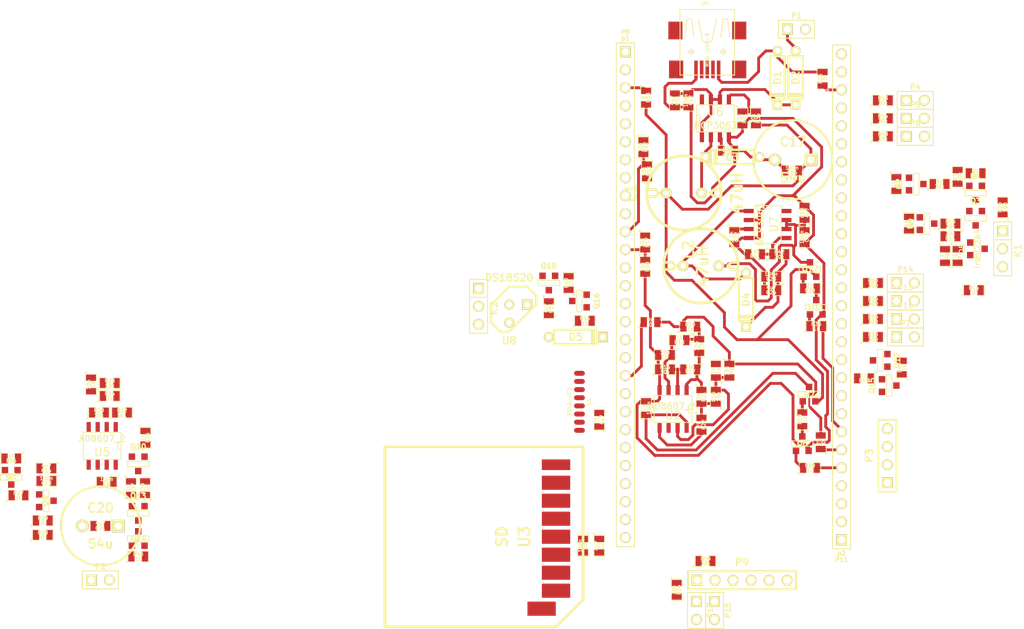
<source format=kicad_pcb>
(kicad_pcb (version 3) (host pcbnew "(2013-07-07 BZR 4022)-stable")
  (layers (15 F.Cu signal) (0 B.Cu signal) (18 B.Paste user) (19 F.Paste user) (20 B.SilkS user) (21 F.SilkS user) (22 B.Mask user) (23 F.Mask user) (28 Edge.Cuts user))
  (net 0 "")
  (net 1 /1w-en)
  (net 2 /1w-rx)
  (net 3 /1w-tx)
  (net 4 /3v3)
  (net 5 /5v)
  (net 6 /5v-en)
  (net 7 /adapter-volt)
  (net 8 /amp-en)
  (net 9 /battery-volt)
  (net 10 /btn-1)
  (net 11 /btn-2)
  (net 12 /btn-3)
  (net 13 /btn-4)
  (net 14 /btn-5)
  (net 15 /dist-echo)
  (net 16 /dist-trig)
  (net 17 /filter-vdd)
  (net 18 /from-adapter)
  (net 19 /from-battery)
  (net 20 /from-discovery-5v)
  (net 21 /gate)
  (net 22 /lcd-clk)
  (net 23 /lcd-cs)
  (net 24 /lcd-mode)
  (net 25 /lcd-mosi)
  (net 26 /lcd-rst)
  (net 27 /led-en)
  (net 28 /pa4)
  (net 29 /pa8)
  (net 30 /pb12)
  (net 31 /pb13)
  (net 32 /pb14)
  (net 33 /pb15)
  (net 34 /pb8)
  (net 35 /pc10)
  (net 36 /pc11)
  (net 37 /power)
  (net 38 /servo-vcc)
  (net 39 /snd-amp-in)
  (net 40 /speaker-1)
  (net 41 /src)
  (net 42 GND)
  (net 43 N-000001)
  (net 44 N-00000100)
  (net 45 N-00000101)
  (net 46 N-00000103)
  (net 47 N-00000104)
  (net 48 N-00000105)
  (net 49 N-00000106)
  (net 50 N-00000107)
  (net 51 N-00000108)
  (net 52 N-00000109)
  (net 53 N-00000111)
  (net 54 N-00000112)
  (net 55 N-00000113)
  (net 56 N-00000114)
  (net 57 N-00000115)
  (net 58 N-00000116)
  (net 59 N-00000117)
  (net 60 N-00000118)
  (net 61 N-00000119)
  (net 62 N-0000012)
  (net 63 N-00000125)
  (net 64 N-00000126)
  (net 65 N-00000129)
  (net 66 N-0000013)
  (net 67 N-0000014)
  (net 68 N-0000015)
  (net 69 N-000002)
  (net 70 N-0000023)
  (net 71 N-0000024)
  (net 72 N-0000025)
  (net 73 N-0000026)
  (net 74 N-000003)
  (net 75 N-0000051)
  (net 76 N-0000052)
  (net 77 N-0000053)
  (net 78 N-0000082)
  (net 79 N-0000083)
  (net 80 N-0000084)
  (net 81 N-0000085)
  (net 82 N-0000086)
  (net 83 N-0000087)
  (net 84 N-0000088)
  (net 85 N-0000089)
  (net 86 N-0000090)
  (net 87 N-0000091)
  (net 88 N-0000092)
  (net 89 N-0000093)
  (net 90 N-0000094)
  (net 91 N-0000095)
  (net 92 N-0000096)
  (net 93 N-0000099)
  (net 94 VDD)
  (module TO92-123 (layer F.Cu) (at 118.872 102.362)
    (fp_text reference U8 (at -1.27 3.81) (layer F.SilkS) (effects (font (size 1.016 1.016) (thickness 0.2032))))
    (fp_text value DS18S20 (at -1.27 -5.08) (layer F.SilkS) (effects (font (size 1.016 1.016) (thickness 0.2032))))
    (pad 3 thru_hole rect (at 1.27 -1.27) (size 1.397 1.397) (drill 0.8128) (layers *.Cu *.Mask F.SilkS) (net 68 N-0000015))
    (pad 2 thru_hole circle (at -1.27 -1.27) (size 1.397 1.397) (drill 0.8128) (layers *.Cu *.Mask F.SilkS) (net 2 /1w-rx))
    (pad 1 thru_hole circle (at -1.27 1.27) (size 1.397 1.397) (drill 0.8128) (layers *.Cu *.Mask F.SilkS) (net 42 GND))
  )
  (module SOT23GDS (layer F.Cu) (at 183.642 93.218 90)
    (fp_text reference Q5 (at 0 -2.159 90) (layer F.SilkS) (effects (font (size 0.762 0.762) (thickness 0.12954))))
    (fp_text value irlml2244 (at 0 0 90) (layer F.SilkS) (effects (font (size 0.762 0.762) (thickness 0.12954))))
    (pad S smd rect (at -0.889 -1.016 90) (size 0.9144 0.9144) (layers F.Cu F.Paste F.Mask) (net 41 /src))
    (pad G smd rect (at 0.889 -1.016 90) (size 0.9144 0.9144) (layers F.Cu F.Paste F.Mask) (net 21 /gate))
    (pad D smd rect (at 0 1.016 90) (size 0.9144 0.9144) (layers F.Cu F.Paste F.Mask) (net 38 /servo-vcc))
  )
  (module SOT23EBC (layer F.Cu) (at 175.006 84.074 90)
    (fp_text reference Q2 (at 0 -2.413 90) (layer F.SilkS) (effects (font (size 0.762 0.762) (thickness 0.2032))))
    (fp_text value bc847 hide)
    (pad 1 smd rect (at -0.889 -1.016 90) (size 0.9144 0.9144) (layers F.Cu F.Paste F.Mask) (net 42 GND))
    (pad 2 smd rect (at 0.889 -1.016 90) (size 0.9144 0.9144) (layers F.Cu F.Paste F.Mask) (net 44 N-00000100))
    (pad 3 smd rect (at 0 1.016 90) (size 0.9144 0.9144) (layers F.Cu F.Paste F.Mask) (net 93 N-0000099))
  )
  (module SOT23EBC (layer F.Cu) (at 183.388 85.344)
    (fp_text reference Q1 (at 0 -2.413) (layer F.SilkS) (effects (font (size 0.762 0.762) (thickness 0.2032))))
    (fp_text value bc857 hide)
    (pad 1 smd rect (at -0.889 -1.016) (size 0.9144 0.9144) (layers F.Cu F.Paste F.Mask) (net 37 /power))
    (pad 2 smd rect (at 0.889 -1.016) (size 0.9144 0.9144) (layers F.Cu F.Paste F.Mask) (net 41 /src))
    (pad 3 smd rect (at 0 1.016) (size 0.9144 0.9144) (layers F.Cu F.Paste F.Mask) (net 21 /gate))
  )
  (module SOT23EBC (layer F.Cu) (at 65.278 123.571)
    (fp_text reference Q10 (at 0 -2.413) (layer F.SilkS) (effects (font (size 0.762 0.762) (thickness 0.2032))))
    (fp_text value bc847 hide)
    (pad 1 smd rect (at -0.889 -1.016) (size 0.9144 0.9144) (layers F.Cu F.Paste F.Mask) (net 42 GND))
    (pad 2 smd rect (at 0.889 -1.016) (size 0.9144 0.9144) (layers F.Cu F.Paste F.Mask) (net 70 N-0000023))
    (pad 3 smd rect (at 0 1.016) (size 0.9144 0.9144) (layers F.Cu F.Paste F.Mask) (net 87 N-0000091))
  )
  (module SOT23EBC (layer F.Cu) (at 176.53 89.662 90)
    (fp_text reference Q4 (at 0 -2.413 90) (layer F.SilkS) (effects (font (size 0.762 0.762) (thickness 0.2032))))
    (fp_text value bc847 hide)
    (pad 1 smd rect (at -0.889 -1.016 90) (size 0.9144 0.9144) (layers F.Cu F.Paste F.Mask) (net 42 GND))
    (pad 2 smd rect (at 0.889 -1.016 90) (size 0.9144 0.9144) (layers F.Cu F.Paste F.Mask) (net 52 N-00000109))
    (pad 3 smd rect (at 0 1.016 90) (size 0.9144 0.9144) (layers F.Cu F.Paste F.Mask) (net 51 N-00000108))
  )
  (module SOT23EBC (layer F.Cu) (at 171.196 112.522 90)
    (fp_text reference Q15 (at 0 -2.413 90) (layer F.SilkS) (effects (font (size 0.762 0.762) (thickness 0.2032))))
    (fp_text value bc847 hide)
    (pad 1 smd rect (at -0.889 -1.016 90) (size 0.9144 0.9144) (layers F.Cu F.Paste F.Mask) (net 42 GND))
    (pad 2 smd rect (at 0.889 -1.016 90) (size 0.9144 0.9144) (layers F.Cu F.Paste F.Mask) (net 62 N-0000012))
    (pad 3 smd rect (at 0 1.016 90) (size 0.9144 0.9144) (layers F.Cu F.Paste F.Mask) (net 66 N-0000013))
  )
  (module SOT23EBC (layer F.Cu) (at 169.926 108.966 270)
    (fp_text reference Q17 (at 0 -2.413 270) (layer F.SilkS) (effects (font (size 0.762 0.762) (thickness 0.2032))))
    (fp_text value bc857 hide)
    (pad 1 smd rect (at -0.889 -1.016 270) (size 0.9144 0.9144) (layers F.Cu F.Paste F.Mask) (net 37 /power))
    (pad 2 smd rect (at 0.889 -1.016 270) (size 0.9144 0.9144) (layers F.Cu F.Paste F.Mask) (net 67 N-0000014))
    (pad 3 smd rect (at 0 1.016 270) (size 0.9144 0.9144) (layers F.Cu F.Paste F.Mask) (net 78 N-0000082))
  )
  (module SOT23EBC (layer F.Cu) (at 65.278 134.112 180)
    (fp_text reference Q14 (at -0.1016 -0.0508 180) (layer F.SilkS) (effects (font (size 0.762 0.762) (thickness 0.2032))))
    (fp_text value bc847 hide)
    (pad 1 smd rect (at -0.889 -1.016 180) (size 0.9144 0.9144) (layers F.Cu F.Paste F.Mask) (net 42 GND))
    (pad 2 smd rect (at 0.889 -1.016 180) (size 0.9144 0.9144) (layers F.Cu F.Paste F.Mask) (net 84 N-0000088))
    (pad 3 smd rect (at 0 1.016 180) (size 0.9144 0.9144) (layers F.Cu F.Paste F.Mask) (net 89 N-0000093))
  )
  (module SOT23EBC (layer F.Cu) (at 65.278 130.556)
    (fp_text reference Q13 (at 0 -2.413) (layer F.SilkS) (effects (font (size 0.762 0.762) (thickness 0.2032))))
    (fp_text value bc857 hide)
    (pad 1 smd rect (at -0.889 -1.016) (size 0.9144 0.9144) (layers F.Cu F.Paste F.Mask) (net 88 N-0000092))
    (pad 2 smd rect (at 0.889 -1.016) (size 0.9144 0.9144) (layers F.Cu F.Paste F.Mask) (net 85 N-0000089))
    (pad 3 smd rect (at 0 1.016) (size 0.9144 0.9144) (layers F.Cu F.Paste F.Mask) (net 89 N-0000093))
  )
  (module SOT23EBC (layer F.Cu) (at 127.508 100.584 270)
    (fp_text reference Q16 (at 0 -2.413 270) (layer F.SilkS) (effects (font (size 0.762 0.762) (thickness 0.2032))))
    (fp_text value bc847 hide)
    (pad 1 smd rect (at -0.889 -1.016 270) (size 0.9144 0.9144) (layers F.Cu F.Paste F.Mask) (net 42 GND))
    (pad 2 smd rect (at 0.889 -1.016 270) (size 0.9144 0.9144) (layers F.Cu F.Paste F.Mask) (net 43 N-000001))
    (pad 3 smd rect (at 0 1.016 270) (size 0.9144 0.9144) (layers F.Cu F.Paste F.Mask) (net 69 N-000002))
  )
  (module SOT23EBC (layer F.Cu) (at 159.893 113.7285 180)
    (fp_text reference Q7 (at -0.0635 -0.0635 180) (layer F.SilkS) (effects (font (size 0.762 0.762) (thickness 0.2032))))
    (fp_text value bc857 hide)
    (pad 1 smd rect (at -0.889 -1.016 180) (size 0.9144 0.9144) (layers F.Cu F.Paste F.Mask) (net 94 VDD))
    (pad 2 smd rect (at 0.889 -1.016 180) (size 0.9144 0.9144) (layers F.Cu F.Paste F.Mask) (net 61 N-00000119))
    (pad 3 smd rect (at 0 1.016 180) (size 0.9144 0.9144) (layers F.Cu F.Paste F.Mask) (net 17 /filter-vdd))
  )
  (module SOT23EBC (layer F.Cu) (at 183.388 88.9)
    (fp_text reference Q3 (at 0 -2.413) (layer F.SilkS) (effects (font (size 0.762 0.762) (thickness 0.2032))))
    (fp_text value bc857 hide)
    (pad 1 smd rect (at -0.889 -1.016) (size 0.9144 0.9144) (layers F.Cu F.Paste F.Mask) (net 37 /power))
    (pad 2 smd rect (at 0.889 -1.016) (size 0.9144 0.9144) (layers F.Cu F.Paste F.Mask) (net 41 /src))
    (pad 3 smd rect (at 0 1.016) (size 0.9144 0.9144) (layers F.Cu F.Paste F.Mask) (net 21 /gate))
  )
  (module SOT23EBC (layer F.Cu) (at 47.371 125.476)
    (fp_text reference Q8 (at 0 -0.127) (layer F.SilkS) (effects (font (size 0.762 0.762) (thickness 0.2032))))
    (fp_text value bc847 hide)
    (pad 1 smd rect (at -0.889 -1.016) (size 0.9144 0.9144) (layers F.Cu F.Paste F.Mask) (net 42 GND))
    (pad 2 smd rect (at 0.889 -1.016) (size 0.9144 0.9144) (layers F.Cu F.Paste F.Mask) (net 75 N-0000051))
    (pad 3 smd rect (at 0 1.016) (size 0.9144 0.9144) (layers F.Cu F.Paste F.Mask) (net 77 N-0000053))
  )
  (module SOT23EBC (layer F.Cu) (at 123.19 98.044)
    (fp_text reference Q18 (at 0 -2.413) (layer F.SilkS) (effects (font (size 0.762 0.762) (thickness 0.2032))))
    (fp_text value bc857 hide)
    (pad 1 smd rect (at -0.889 -1.016) (size 0.9144 0.9144) (layers F.Cu F.Paste F.Mask) (net 94 VDD))
    (pad 2 smd rect (at 0.889 -1.016) (size 0.9144 0.9144) (layers F.Cu F.Paste F.Mask) (net 74 N-000003))
    (pad 3 smd rect (at 0 1.016) (size 0.9144 0.9144) (layers F.Cu F.Paste F.Mask) (net 68 N-0000015))
  )
  (module SOT23EBC (layer F.Cu) (at 52.324 128.778 90)
    (fp_text reference Q9 (at 0 -0.127 90) (layer F.SilkS) (effects (font (size 0.762 0.762) (thickness 0.2032))))
    (fp_text value bc857 hide)
    (pad 1 smd rect (at -0.889 -1.016 90) (size 0.9144 0.9144) (layers F.Cu F.Paste F.Mask) (net 79 N-0000083))
    (pad 2 smd rect (at 0.889 -1.016 90) (size 0.9144 0.9144) (layers F.Cu F.Paste F.Mask) (net 76 N-0000052))
    (pad 3 smd rect (at 0 1.016 90) (size 0.9144 0.9144) (layers F.Cu F.Paste F.Mask) (net 88 N-0000092))
  )
  (module SOT23EBC (layer F.Cu) (at 160.909 101.473 180)
    (fp_text reference Q11 (at 0 0 180) (layer F.SilkS) (effects (font (size 0.762 0.762) (thickness 0.2032))))
    (fp_text value bc847 hide)
    (pad 1 smd rect (at -0.889 -1.016 180) (size 0.9144 0.9144) (layers F.Cu F.Paste F.Mask) (net 42 GND))
    (pad 2 smd rect (at 0.889 -1.016 180) (size 0.9144 0.9144) (layers F.Cu F.Paste F.Mask) (net 56 N-00000114))
    (pad 3 smd rect (at 0 1.016 180) (size 0.9144 0.9144) (layers F.Cu F.Paste F.Mask) (net 57 N-00000115))
  )
  (module SOT23EBC (layer F.Cu) (at 158.9405 120.7135 180)
    (fp_text reference Q6 (at 0 0 180) (layer F.SilkS) (effects (font (size 0.762 0.762) (thickness 0.2032))))
    (fp_text value bc847 hide)
    (pad 1 smd rect (at -0.889 -1.016 180) (size 0.9144 0.9144) (layers F.Cu F.Paste F.Mask) (net 42 GND))
    (pad 2 smd rect (at 0.889 -1.016 180) (size 0.9144 0.9144) (layers F.Cu F.Paste F.Mask) (net 59 N-00000117))
    (pad 3 smd rect (at 0 1.016 180) (size 0.9144 0.9144) (layers F.Cu F.Paste F.Mask) (net 60 N-00000118))
  )
  (module SOT23EBC (layer F.Cu) (at 160.02 96.139 180)
    (fp_text reference Q12 (at 0 0 180) (layer F.SilkS) (effects (font (size 0.762 0.762) (thickness 0.2032))))
    (fp_text value bc857 hide)
    (pad 1 smd rect (at -0.889 -1.016 180) (size 0.9144 0.9144) (layers F.Cu F.Paste F.Mask) (net 94 VDD))
    (pad 2 smd rect (at 0.889 -1.016 180) (size 0.9144 0.9144) (layers F.Cu F.Paste F.Mask) (net 58 N-00000116))
    (pad 3 smd rect (at 0 1.016 180) (size 0.9144 0.9144) (layers F.Cu F.Paste F.Mask) (net 45 N-00000101))
  )
  (module SO8E (layer F.Cu) (at 146.685 74.803)
    (fp_text reference U6 (at 0 -0.889) (layer F.SilkS) (effects (font (size 1.143 1.143) (thickness 0.1524))))
    (fp_text value NCP3063 (at 0 1.016) (layer F.SilkS) (effects (font (size 0.889 0.889) (thickness 0.1524))))
    (pad 8 smd rect (at -1.905 -2.667) (size 0.59944 1.39954) (layers F.Cu F.Paste F.Mask))
    (pad 1 smd rect (at -1.905 2.667) (size 0.59944 1.39954) (layers F.Cu F.Paste F.Mask) (net 37 /power))
    (pad 7 smd rect (at -0.635 -2.667) (size 0.59944 1.39954) (layers F.Cu F.Paste F.Mask) (net 37 /power))
    (pad 6 smd rect (at 0.635 -2.667) (size 0.59944 1.39954) (layers F.Cu F.Paste F.Mask) (net 37 /power))
    (pad 5 smd rect (at 1.905 -2.667) (size 0.59944 1.39954) (layers F.Cu F.Paste F.Mask) (net 72 N-0000025))
    (pad 2 smd rect (at -0.635 2.667) (size 0.59944 1.39954) (layers F.Cu F.Paste F.Mask) (net 63 N-00000125))
    (pad 3 smd rect (at 0.635 2.667) (size 0.59944 1.39954) (layers F.Cu F.Paste F.Mask) (net 73 N-0000026))
    (pad 4 smd rect (at 1.905 2.667) (size 0.59944 1.39954) (layers F.Cu F.Paste F.Mask) (net 42 GND))
  )
  (module SO8E (layer F.Cu) (at 154.051 89.789 270)
    (fp_text reference U7 (at 0 -0.889 270) (layer F.SilkS) (effects (font (size 1.143 1.143) (thickness 0.1524))))
    (fp_text value NCP3063 (at 0 1.016 270) (layer F.SilkS) (effects (font (size 0.889 0.889) (thickness 0.1524))))
    (pad 8 smd rect (at -1.905 -2.667 270) (size 0.59944 1.39954) (layers F.Cu F.Paste F.Mask))
    (pad 1 smd rect (at -1.905 2.667 270) (size 0.59944 1.39954) (layers F.Cu F.Paste F.Mask) (net 91 N-0000095))
    (pad 7 smd rect (at -0.635 -2.667 270) (size 0.59944 1.39954) (layers F.Cu F.Paste F.Mask) (net 45 N-00000101))
    (pad 6 smd rect (at 0.635 -2.667 270) (size 0.59944 1.39954) (layers F.Cu F.Paste F.Mask) (net 45 N-00000101))
    (pad 5 smd rect (at 1.905 -2.667 270) (size 0.59944 1.39954) (layers F.Cu F.Paste F.Mask) (net 92 N-0000096))
    (pad 2 smd rect (at -0.635 2.667 270) (size 0.59944 1.39954) (layers F.Cu F.Paste F.Mask) (net 42 GND))
    (pad 3 smd rect (at 0.635 2.667 270) (size 0.59944 1.39954) (layers F.Cu F.Paste F.Mask) (net 90 N-0000094))
    (pad 4 smd rect (at 1.905 2.667 270) (size 0.59944 1.39954) (layers F.Cu F.Paste F.Mask) (net 42 GND))
  )
  (module SO8E (layer F.Cu) (at 60.198 121.031 180)
    (fp_text reference U5 (at 0 -0.889 180) (layer F.SilkS) (effects (font (size 1.143 1.143) (thickness 0.1524))))
    (fp_text value AD8607_2 (at 0 1.016 180) (layer F.SilkS) (effects (font (size 0.889 0.889) (thickness 0.1524))))
    (pad 8 smd rect (at -1.905 -2.667 180) (size 0.59944 1.39954) (layers F.Cu F.Paste F.Mask) (net 17 /filter-vdd))
    (pad 1 smd rect (at -1.905 2.667 180) (size 0.59944 1.39954) (layers F.Cu F.Paste F.Mask) (net 71 N-0000024))
    (pad 7 smd rect (at -0.635 -2.667 180) (size 0.59944 1.39954) (layers F.Cu F.Paste F.Mask))
    (pad 6 smd rect (at 0.635 -2.667 180) (size 0.59944 1.39954) (layers F.Cu F.Paste F.Mask) (net 42 GND))
    (pad 5 smd rect (at 1.905 -2.667 180) (size 0.59944 1.39954) (layers F.Cu F.Paste F.Mask) (net 17 /filter-vdd))
    (pad 2 smd rect (at -0.635 2.667 180) (size 0.59944 1.39954) (layers F.Cu F.Paste F.Mask) (net 86 N-0000090))
    (pad 3 smd rect (at 0.635 2.667 180) (size 0.59944 1.39954) (layers F.Cu F.Paste F.Mask) (net 39 /snd-amp-in))
    (pad 4 smd rect (at 1.905 2.667 180) (size 0.59944 1.39954) (layers F.Cu F.Paste F.Mask) (net 42 GND))
  )
  (module SO8E (layer F.Cu) (at 140.716 115.824 180)
    (fp_text reference U2 (at 0 -0.889 180) (layer F.SilkS) (effects (font (size 1.143 1.143) (thickness 0.1524))))
    (fp_text value AD8607_2 (at 0.127 0.381 180) (layer F.SilkS) (effects (font (size 0.889 0.889) (thickness 0.1524))))
    (pad 8 smd rect (at -1.905 -2.667 180) (size 0.59944 1.39954) (layers F.Cu F.Paste F.Mask) (net 17 /filter-vdd))
    (pad 1 smd rect (at -1.905 2.667 180) (size 0.59944 1.39954) (layers F.Cu F.Paste F.Mask) (net 48 N-00000105))
    (pad 7 smd rect (at -0.635 -2.667 180) (size 0.59944 1.39954) (layers F.Cu F.Paste F.Mask) (net 39 /snd-amp-in))
    (pad 6 smd rect (at 0.635 -2.667 180) (size 0.59944 1.39954) (layers F.Cu F.Paste F.Mask) (net 55 N-00000113))
    (pad 5 smd rect (at 1.905 -2.667 180) (size 0.59944 1.39954) (layers F.Cu F.Paste F.Mask) (net 53 N-00000111))
    (pad 2 smd rect (at -0.635 2.667 180) (size 0.59944 1.39954) (layers F.Cu F.Paste F.Mask) (net 47 N-00000104))
    (pad 3 smd rect (at 0.635 2.667 180) (size 0.59944 1.39954) (layers F.Cu F.Paste F.Mask) (net 50 N-00000107))
    (pad 4 smd rect (at 1.905 2.667 180) (size 0.59944 1.39954) (layers F.Cu F.Paste F.Mask) (net 42 GND))
  )
  (module SM0805 (layer F.Cu) (at 145.288 137.287)
    (fp_text reference R59 (at 0 -0.3175) (layer F.SilkS) (effects (font (size 0.50038 0.50038) (thickness 0.10922))))
    (fp_text value 30k (at 0 0.381) (layer F.SilkS) (effects (font (size 0.50038 0.50038) (thickness 0.10922))))
    (pad 1 smd rect (at -0.9525 0) (size 0.889 1.397) (layers F.Cu F.Paste F.Mask) (net 94 VDD))
    (pad 2 smd rect (at 0.9525 0) (size 0.889 1.397) (layers F.Cu F.Paste F.Mask) (net 14 /btn-5))
  )
  (module SM0805 (layer F.Cu) (at 123.19 101.6 270)
    (fp_text reference R51 (at 0 -0.3175 270) (layer F.SilkS) (effects (font (size 0.50038 0.50038) (thickness 0.10922))))
    (fp_text value 4k7 (at 0 0.381 270) (layer F.SilkS) (effects (font (size 0.50038 0.50038) (thickness 0.10922))))
    (pad 1 smd rect (at -0.9525 0 270) (size 0.889 1.397) (layers F.Cu F.Paste F.Mask) (net 68 N-0000015))
    (pad 2 smd rect (at 0.9525 0 270) (size 0.889 1.397) (layers F.Cu F.Paste F.Mask) (net 2 /1w-rx))
  )
  (module SM0805 (layer F.Cu) (at 141.224 141.351 270)
    (fp_text reference R54 (at 0 -0.3175 270) (layer F.SilkS) (effects (font (size 0.50038 0.50038) (thickness 0.10922))))
    (fp_text value 30k (at 0 0.381 270) (layer F.SilkS) (effects (font (size 0.50038 0.50038) (thickness 0.10922))))
    (pad 1 smd rect (at -0.9525 0 270) (size 0.889 1.397) (layers F.Cu F.Paste F.Mask) (net 94 VDD))
    (pad 2 smd rect (at 0.9525 0 270) (size 0.889 1.397) (layers F.Cu F.Paste F.Mask) (net 13 /btn-4))
  )
  (module SM0805 (layer F.Cu) (at 170.307 77.343)
    (fp_text reference R48 (at 0 -0.3175) (layer F.SilkS) (effects (font (size 0.50038 0.50038) (thickness 0.10922))))
    (fp_text value 30k (at 0 0.381) (layer F.SilkS) (effects (font (size 0.50038 0.50038) (thickness 0.10922))))
    (pad 1 smd rect (at -0.9525 0) (size 0.889 1.397) (layers F.Cu F.Paste F.Mask) (net 94 VDD))
    (pad 2 smd rect (at 0.9525 0) (size 0.889 1.397) (layers F.Cu F.Paste F.Mask) (net 12 /btn-3))
  )
  (module SM0805 (layer F.Cu) (at 142.875 72.263 270)
    (fp_text reference C12 (at 0 -0.3175 270) (layer F.SilkS) (effects (font (size 0.50038 0.50038) (thickness 0.10922))))
    (fp_text value 100n (at 0 0.381 270) (layer F.SilkS) (effects (font (size 0.50038 0.50038) (thickness 0.10922))))
    (pad 1 smd rect (at -0.9525 0 270) (size 0.889 1.397) (layers F.Cu F.Paste F.Mask) (net 37 /power))
    (pad 2 smd rect (at 0.9525 0 270) (size 0.889 1.397) (layers F.Cu F.Paste F.Mask) (net 42 GND))
  )
  (module SM0805 (layer F.Cu) (at 170.307 74.803)
    (fp_text reference R44 (at 0 -0.3175) (layer F.SilkS) (effects (font (size 0.50038 0.50038) (thickness 0.10922))))
    (fp_text value 30k (at 0 0.381) (layer F.SilkS) (effects (font (size 0.50038 0.50038) (thickness 0.10922))))
    (pad 1 smd rect (at -0.9525 0) (size 0.889 1.397) (layers F.Cu F.Paste F.Mask) (net 94 VDD))
    (pad 2 smd rect (at 0.9525 0) (size 0.889 1.397) (layers F.Cu F.Paste F.Mask) (net 11 /btn-2))
  )
  (module SM0805 (layer F.Cu) (at 170.307 72.263)
    (fp_text reference R43 (at 0 -0.3175) (layer F.SilkS) (effects (font (size 0.50038 0.50038) (thickness 0.10922))))
    (fp_text value 30k (at 0 0.381) (layer F.SilkS) (effects (font (size 0.50038 0.50038) (thickness 0.10922))))
    (pad 1 smd rect (at -0.9525 0) (size 0.889 1.397) (layers F.Cu F.Paste F.Mask) (net 94 VDD))
    (pad 2 smd rect (at 0.9525 0) (size 0.889 1.397) (layers F.Cu F.Paste F.Mask) (net 10 /btn-1))
  )
  (module SM0805 (layer F.Cu) (at 172.974 109.982 90)
    (fp_text reference R47 (at 0 -0.3175 90) (layer F.SilkS) (effects (font (size 0.50038 0.50038) (thickness 0.10922))))
    (fp_text value 1k (at 0 0.381 90) (layer F.SilkS) (effects (font (size 0.50038 0.50038) (thickness 0.10922))))
    (pad 1 smd rect (at -0.9525 0 90) (size 0.889 1.397) (layers F.Cu F.Paste F.Mask) (net 66 N-0000013))
    (pad 2 smd rect (at 0.9525 0 90) (size 0.889 1.397) (layers F.Cu F.Paste F.Mask) (net 67 N-0000014))
  )
  (module SM0805 (layer F.Cu) (at 140.97 72.263 270)
    (fp_text reference C11 (at 0 -0.3175 270) (layer F.SilkS) (effects (font (size 0.50038 0.50038) (thickness 0.10922))))
    (fp_text value 4u7 (at 0 0.381 270) (layer F.SilkS) (effects (font (size 0.50038 0.50038) (thickness 0.10922))))
    (pad 1 smd rect (at -0.9525 0 270) (size 0.889 1.397) (layers F.Cu F.Paste F.Mask) (net 37 /power))
    (pad 2 smd rect (at 0.9525 0 270) (size 0.889 1.397) (layers F.Cu F.Paste F.Mask) (net 42 GND))
  )
  (module SM0805 (layer F.Cu) (at 148.463 79.375)
    (fp_text reference C15 (at 0 -0.3175) (layer F.SilkS) (effects (font (size 0.50038 0.50038) (thickness 0.10922))))
    (fp_text value 2.2n (at 0 0.381) (layer F.SilkS) (effects (font (size 0.50038 0.50038) (thickness 0.10922))))
    (pad 1 smd rect (at -0.9525 0) (size 0.889 1.397) (layers F.Cu F.Paste F.Mask) (net 73 N-0000026))
    (pad 2 smd rect (at 0.9525 0) (size 0.889 1.397) (layers F.Cu F.Paste F.Mask) (net 42 GND))
  )
  (module SM0805 (layer F.Cu) (at 157.48 82.169 180)
    (fp_text reference C16 (at 0 -0.3175 180) (layer F.SilkS) (effects (font (size 0.50038 0.50038) (thickness 0.10922))))
    (fp_text value 100n (at 0 0.381 180) (layer F.SilkS) (effects (font (size 0.50038 0.50038) (thickness 0.10922))))
    (pad 1 smd rect (at -0.9525 0 180) (size 0.889 1.397) (layers F.Cu F.Paste F.Mask) (net 94 VDD))
    (pad 2 smd rect (at 0.9525 0 180) (size 0.889 1.397) (layers F.Cu F.Paste F.Mask) (net 42 GND))
  )
  (module SM0805 (layer F.Cu) (at 150.495 74.803 270)
    (fp_text reference R31 (at 0 -0.3175 270) (layer F.SilkS) (effects (font (size 0.50038 0.50038) (thickness 0.10922))))
    (fp_text value 12k (at 0 0.381 270) (layer F.SilkS) (effects (font (size 0.50038 0.50038) (thickness 0.10922))))
    (pad 1 smd rect (at -0.9525 0 270) (size 0.889 1.397) (layers F.Cu F.Paste F.Mask) (net 72 N-0000025))
    (pad 2 smd rect (at 0.9525 0 270) (size 0.889 1.397) (layers F.Cu F.Paste F.Mask) (net 42 GND))
  )
  (module SM0805 (layer F.Cu) (at 187.198 87.376 90)
    (fp_text reference R20 (at 0 -0.3175 90) (layer F.SilkS) (effects (font (size 0.50038 0.50038) (thickness 0.10922))))
    (fp_text value 100 (at 0 0.381 90) (layer F.SilkS) (effects (font (size 0.50038 0.50038) (thickness 0.10922))))
    (pad 1 smd rect (at -0.9525 0 90) (size 0.889 1.397) (layers F.Cu F.Paste F.Mask) (net 64 N-00000126))
    (pad 2 smd rect (at 0.9525 0 90) (size 0.889 1.397) (layers F.Cu F.Paste F.Mask) (net 34 /pb8))
  )
  (module SM0805 (layer F.Cu) (at 160.02 124.1425)
    (fp_text reference R18 (at 0 -0.3175) (layer F.SilkS) (effects (font (size 0.50038 0.50038) (thickness 0.10922))))
    (fp_text value 1k (at 0 0.381) (layer F.SilkS) (effects (font (size 0.50038 0.50038) (thickness 0.10922))))
    (pad 1 smd rect (at -0.9525 0) (size 0.889 1.397) (layers F.Cu F.Paste F.Mask) (net 59 N-00000117))
    (pad 2 smd rect (at 0.9525 0) (size 0.889 1.397) (layers F.Cu F.Paste F.Mask) (net 8 /amp-en))
  )
  (module SM0805 (layer F.Cu) (at 158.9405 117.2845 90)
    (fp_text reference R19 (at 0 -0.3175 90) (layer F.SilkS) (effects (font (size 0.50038 0.50038) (thickness 0.10922))))
    (fp_text value 1k (at 0 0.381 90) (layer F.SilkS) (effects (font (size 0.50038 0.50038) (thickness 0.10922))))
    (pad 1 smd rect (at -0.9525 0 90) (size 0.889 1.397) (layers F.Cu F.Paste F.Mask) (net 60 N-00000118))
    (pad 2 smd rect (at 0.9525 0 90) (size 0.889 1.397) (layers F.Cu F.Paste F.Mask) (net 61 N-00000119))
  )
  (module SM0805 (layer F.Cu) (at 51.816 133.604)
    (fp_text reference R28 (at 0 -0.3175) (layer F.SilkS) (effects (font (size 0.50038 0.50038) (thickness 0.10922))))
    (fp_text value 0 (at 0 0.381) (layer F.SilkS) (effects (font (size 0.50038 0.50038) (thickness 0.10922))))
    (pad 1 smd rect (at -0.9525 0) (size 0.889 1.397) (layers F.Cu F.Paste F.Mask) (net 94 VDD))
    (pad 2 smd rect (at 0.9525 0) (size 0.889 1.397) (layers F.Cu F.Paste F.Mask) (net 79 N-0000083))
  )
  (module SM0805 (layer F.Cu) (at 47.371 122.809 180)
    (fp_text reference R26 (at 0 -0.3175 180) (layer F.SilkS) (effects (font (size 0.50038 0.50038) (thickness 0.10922))))
    (fp_text value 1k (at 0 0.381 180) (layer F.SilkS) (effects (font (size 0.50038 0.50038) (thickness 0.10922))))
    (pad 1 smd rect (at -0.9525 0 180) (size 0.889 1.397) (layers F.Cu F.Paste F.Mask) (net 75 N-0000051))
    (pad 2 smd rect (at 0.9525 0 180) (size 0.889 1.397) (layers F.Cu F.Paste F.Mask) (net 8 /amp-en))
  )
  (module SM0805 (layer F.Cu) (at 48.387 128.016)
    (fp_text reference R27 (at 0 -0.3175) (layer F.SilkS) (effects (font (size 0.50038 0.50038) (thickness 0.10922))))
    (fp_text value 1k (at 0 0.381) (layer F.SilkS) (effects (font (size 0.50038 0.50038) (thickness 0.10922))))
    (pad 1 smd rect (at -0.9525 0) (size 0.889 1.397) (layers F.Cu F.Paste F.Mask) (net 77 N-0000053))
    (pad 2 smd rect (at 0.9525 0) (size 0.889 1.397) (layers F.Cu F.Paste F.Mask) (net 76 N-0000052))
  )
  (module SM0805 (layer F.Cu) (at 52.324 124.206 180)
    (fp_text reference C14 (at 0 -0.3175 180) (layer F.SilkS) (effects (font (size 0.50038 0.50038) (thickness 0.10922))))
    (fp_text value 4u7 (at 0 0.381 180) (layer F.SilkS) (effects (font (size 0.50038 0.50038) (thickness 0.10922))))
    (pad 1 smd rect (at -0.9525 0 180) (size 0.889 1.397) (layers F.Cu F.Paste F.Mask) (net 88 N-0000092))
    (pad 2 smd rect (at 0.9525 0 180) (size 0.889 1.397) (layers F.Cu F.Paste F.Mask) (net 42 GND))
  )
  (module SM0805 (layer F.Cu) (at 52.324 125.984 180)
    (fp_text reference C13 (at 0 -0.3175 180) (layer F.SilkS) (effects (font (size 0.50038 0.50038) (thickness 0.10922))))
    (fp_text value 100n (at 0 0.381 180) (layer F.SilkS) (effects (font (size 0.50038 0.50038) (thickness 0.10922))))
    (pad 1 smd rect (at -0.9525 0 180) (size 0.889 1.397) (layers F.Cu F.Paste F.Mask) (net 88 N-0000092))
    (pad 2 smd rect (at 0.9525 0 180) (size 0.889 1.397) (layers F.Cu F.Paste F.Mask) (net 42 GND))
  )
  (module SM0805 (layer F.Cu) (at 59.7408 116.332)
    (fp_text reference R30 (at 0 -0.3175) (layer F.SilkS) (effects (font (size 0.50038 0.50038) (thickness 0.10922))))
    (fp_text value 10k (at 0 0.381) (layer F.SilkS) (effects (font (size 0.50038 0.50038) (thickness 0.10922))))
    (pad 1 smd rect (at -0.9525 0) (size 0.889 1.397) (layers F.Cu F.Paste F.Mask) (net 42 GND))
    (pad 2 smd rect (at 0.9525 0) (size 0.889 1.397) (layers F.Cu F.Paste F.Mask) (net 86 N-0000090))
  )
  (module SM0805 (layer F.Cu) (at 62.992 116.332)
    (fp_text reference R32 (at 0 -0.3175) (layer F.SilkS) (effects (font (size 0.50038 0.50038) (thickness 0.10922))))
    (fp_text value 5k1 (at 0 0.381) (layer F.SilkS) (effects (font (size 0.50038 0.50038) (thickness 0.10922))))
    (pad 1 smd rect (at -0.9525 0) (size 0.889 1.397) (layers F.Cu F.Paste F.Mask) (net 86 N-0000090))
    (pad 2 smd rect (at 0.9525 0) (size 0.889 1.397) (layers F.Cu F.Paste F.Mask) (net 89 N-0000093))
  )
  (module SM0805 (layer F.Cu) (at 65.278 136.652)
    (fp_text reference R40 (at 0 -0.3175) (layer F.SilkS) (effects (font (size 0.50038 0.50038) (thickness 0.10922))))
    (fp_text value 1k (at 0 0.381) (layer F.SilkS) (effects (font (size 0.50038 0.50038) (thickness 0.10922))))
    (pad 1 smd rect (at -0.9525 0) (size 0.889 1.397) (layers F.Cu F.Paste F.Mask) (net 84 N-0000088))
    (pad 2 smd rect (at 0.9525 0) (size 0.889 1.397) (layers F.Cu F.Paste F.Mask) (net 87 N-0000091))
  )
  (module SM0805 (layer F.Cu) (at 66.2432 127 90)
    (fp_text reference R39 (at 0 -0.3175 90) (layer F.SilkS) (effects (font (size 0.50038 0.50038) (thickness 0.10922))))
    (fp_text value 1k (at 0 0.381 90) (layer F.SilkS) (effects (font (size 0.50038 0.50038) (thickness 0.10922))))
    (pad 1 smd rect (at -0.9525 0 90) (size 0.889 1.397) (layers F.Cu F.Paste F.Mask) (net 85 N-0000089))
    (pad 2 smd rect (at 0.9525 0 90) (size 0.889 1.397) (layers F.Cu F.Paste F.Mask) (net 87 N-0000091))
  )
  (module SM0805 (layer F.Cu) (at 59.944 132.334 180)
    (fp_text reference C21 (at 0 -0.3175 180) (layer F.SilkS) (effects (font (size 0.50038 0.50038) (thickness 0.10922))))
    (fp_text value 4u7 (at 0 0.381 180) (layer F.SilkS) (effects (font (size 0.50038 0.50038) (thickness 0.10922))))
    (pad 1 smd rect (at -0.9525 0 180) (size 0.889 1.397) (layers F.Cu F.Paste F.Mask) (net 89 N-0000093))
    (pad 2 smd rect (at 0.9525 0 180) (size 0.889 1.397) (layers F.Cu F.Paste F.Mask) (net 40 /speaker-1))
  )
  (module SM0805 (layer F.Cu) (at 64.262 127 270)
    (fp_text reference R37 (at 0 -0.3175 270) (layer F.SilkS) (effects (font (size 0.50038 0.50038) (thickness 0.10922))))
    (fp_text value 1k (at 0 0.381 270) (layer F.SilkS) (effects (font (size 0.50038 0.50038) (thickness 0.10922))))
    (pad 1 smd rect (at -0.9525 0 270) (size 0.889 1.397) (layers F.Cu F.Paste F.Mask) (net 87 N-0000091))
    (pad 2 smd rect (at 0.9525 0 270) (size 0.889 1.397) (layers F.Cu F.Paste F.Mask) (net 88 N-0000092))
  )
  (module SM0805 (layer F.Cu) (at 66.294 119.888 270)
    (fp_text reference R35 (at 0 -0.3175 270) (layer F.SilkS) (effects (font (size 0.50038 0.50038) (thickness 0.10922))))
    (fp_text value 1k (at 0 0.381 270) (layer F.SilkS) (effects (font (size 0.50038 0.50038) (thickness 0.10922))))
    (pad 1 smd rect (at -0.9525 0 270) (size 0.889 1.397) (layers F.Cu F.Paste F.Mask) (net 71 N-0000024))
    (pad 2 smd rect (at 0.9525 0 270) (size 0.889 1.397) (layers F.Cu F.Paste F.Mask) (net 70 N-0000023))
  )
  (module SM0805 (layer F.Cu) (at 51.816 131.572)
    (fp_text reference R29 (at 0 -0.3175) (layer F.SilkS) (effects (font (size 0.50038 0.50038) (thickness 0.10922))))
    (fp_text value 0 (at 0 0.381) (layer F.SilkS) (effects (font (size 0.50038 0.50038) (thickness 0.10922))))
    (pad 1 smd rect (at -0.9525 0) (size 0.889 1.397) (layers F.Cu F.Paste F.Mask) (net 37 /power))
    (pad 2 smd rect (at 0.9525 0) (size 0.889 1.397) (layers F.Cu F.Paste F.Mask) (net 79 N-0000083))
  )
  (module SM0805 (layer F.Cu) (at 125.984 98.044 90)
    (fp_text reference R49 (at 0 -0.3175 90) (layer F.SilkS) (effects (font (size 0.50038 0.50038) (thickness 0.10922))))
    (fp_text value 1k (at 0 0.381 90) (layer F.SilkS) (effects (font (size 0.50038 0.50038) (thickness 0.10922))))
    (pad 1 smd rect (at -0.9525 0 90) (size 0.889 1.397) (layers F.Cu F.Paste F.Mask) (net 69 N-000002))
    (pad 2 smd rect (at 0.9525 0 90) (size 0.889 1.397) (layers F.Cu F.Paste F.Mask) (net 74 N-000003))
  )
  (module SM0805 (layer F.Cu) (at 136.779 95.758 270)
    (fp_text reference R58 (at 0 -0.3175 270) (layer F.SilkS) (effects (font (size 0.50038 0.50038) (thickness 0.10922))))
    (fp_text value 10k (at 0 0.381 270) (layer F.SilkS) (effects (font (size 0.50038 0.50038) (thickness 0.10922))))
    (pad 1 smd rect (at -0.9525 0 270) (size 0.889 1.397) (layers F.Cu F.Paste F.Mask) (net 9 /battery-volt))
    (pad 2 smd rect (at 0.9525 0 270) (size 0.889 1.397) (layers F.Cu F.Paste F.Mask) (net 42 GND))
  )
  (module SM0805 (layer F.Cu) (at 136.779 92.329 270)
    (fp_text reference R57 (at 0 -0.3175 270) (layer F.SilkS) (effects (font (size 0.50038 0.50038) (thickness 0.10922))))
    (fp_text value 30k (at 0 0.381 270) (layer F.SilkS) (effects (font (size 0.50038 0.50038) (thickness 0.10922))))
    (pad 1 smd rect (at -0.9525 0 270) (size 0.889 1.397) (layers F.Cu F.Paste F.Mask) (net 19 /from-battery))
    (pad 2 smd rect (at 0.9525 0 270) (size 0.889 1.397) (layers F.Cu F.Paste F.Mask) (net 9 /battery-volt))
  )
  (module SM0805 (layer F.Cu) (at 168.91 98.044)
    (fp_text reference R60 (at 0 -0.3175) (layer F.SilkS) (effects (font (size 0.50038 0.50038) (thickness 0.10922))))
    (fp_text value 300 (at 0 0.381) (layer F.SilkS) (effects (font (size 0.50038 0.50038) (thickness 0.10922))))
    (pad 1 smd rect (at -0.9525 0) (size 0.889 1.397) (layers F.Cu F.Paste F.Mask) (net 78 N-0000082))
    (pad 2 smd rect (at 0.9525 0) (size 0.889 1.397) (layers F.Cu F.Paste F.Mask) (net 82 N-0000086))
  )
  (module SM0805 (layer F.Cu) (at 168.91 100.584)
    (fp_text reference R56 (at 0 -0.3175) (layer F.SilkS) (effects (font (size 0.50038 0.50038) (thickness 0.10922))))
    (fp_text value 300 (at 0 0.381) (layer F.SilkS) (effects (font (size 0.50038 0.50038) (thickness 0.10922))))
    (pad 1 smd rect (at -0.9525 0) (size 0.889 1.397) (layers F.Cu F.Paste F.Mask) (net 78 N-0000082))
    (pad 2 smd rect (at 0.9525 0) (size 0.889 1.397) (layers F.Cu F.Paste F.Mask) (net 83 N-0000087))
  )
  (module SM0805 (layer F.Cu) (at 168.91 103.124)
    (fp_text reference R55 (at 0 -0.3175) (layer F.SilkS) (effects (font (size 0.50038 0.50038) (thickness 0.10922))))
    (fp_text value 300 (at 0 0.381) (layer F.SilkS) (effects (font (size 0.50038 0.50038) (thickness 0.10922))))
    (pad 1 smd rect (at -0.9525 0) (size 0.889 1.397) (layers F.Cu F.Paste F.Mask) (net 78 N-0000082))
    (pad 2 smd rect (at 0.9525 0) (size 0.889 1.397) (layers F.Cu F.Paste F.Mask) (net 80 N-0000084))
  )
  (module SM0805 (layer F.Cu) (at 168.91 105.664)
    (fp_text reference R50 (at 0 -0.3175) (layer F.SilkS) (effects (font (size 0.50038 0.50038) (thickness 0.10922))))
    (fp_text value 300 (at 0 0.381) (layer F.SilkS) (effects (font (size 0.50038 0.50038) (thickness 0.10922))))
    (pad 1 smd rect (at -0.9525 0) (size 0.889 1.397) (layers F.Cu F.Paste F.Mask) (net 78 N-0000082))
    (pad 2 smd rect (at 0.9525 0) (size 0.889 1.397) (layers F.Cu F.Paste F.Mask) (net 81 N-0000085))
  )
  (module SM0805 (layer F.Cu) (at 167.64 111.506 180)
    (fp_text reference R45 (at 0 -0.3175 180) (layer F.SilkS) (effects (font (size 0.50038 0.50038) (thickness 0.10922))))
    (fp_text value 1k (at 0 0.381 180) (layer F.SilkS) (effects (font (size 0.50038 0.50038) (thickness 0.10922))))
    (pad 1 smd rect (at -0.9525 0 180) (size 0.889 1.397) (layers F.Cu F.Paste F.Mask) (net 62 N-0000012))
    (pad 2 smd rect (at 0.9525 0 180) (size 0.889 1.397) (layers F.Cu F.Paste F.Mask) (net 27 /led-en))
  )
  (module SM0805 (layer F.Cu) (at 152.4 74.803 270)
    (fp_text reference R34 (at 0 -0.3175 270) (layer F.SilkS) (effects (font (size 0.50038 0.50038) (thickness 0.10922))))
    (fp_text value 20k (at 0 0.381 270) (layer F.SilkS) (effects (font (size 0.50038 0.50038) (thickness 0.10922))))
    (pad 1 smd rect (at -0.9525 0 270) (size 0.889 1.397) (layers F.Cu F.Paste F.Mask) (net 72 N-0000025))
    (pad 2 smd rect (at 0.9525 0 270) (size 0.889 1.397) (layers F.Cu F.Paste F.Mask) (net 94 VDD))
  )
  (module SM0805 (layer F.Cu) (at 137.033 82.296 270)
    (fp_text reference R53 (at 0 -0.3175 270) (layer F.SilkS) (effects (font (size 0.50038 0.50038) (thickness 0.10922))))
    (fp_text value 10k (at 0 0.381 270) (layer F.SilkS) (effects (font (size 0.50038 0.50038) (thickness 0.10922))))
    (pad 1 smd rect (at -0.9525 0 270) (size 0.889 1.397) (layers F.Cu F.Paste F.Mask) (net 7 /adapter-volt))
    (pad 2 smd rect (at 0.9525 0 270) (size 0.889 1.397) (layers F.Cu F.Paste F.Mask) (net 42 GND))
  )
  (module SM0805 (layer F.Cu) (at 136.525 78.867 270)
    (fp_text reference R52 (at 0 -0.3175 270) (layer F.SilkS) (effects (font (size 0.50038 0.50038) (thickness 0.10922))))
    (fp_text value 30k (at 0 0.381 270) (layer F.SilkS) (effects (font (size 0.50038 0.50038) (thickness 0.10922))))
    (pad 1 smd rect (at -0.9525 0 270) (size 0.889 1.397) (layers F.Cu F.Paste F.Mask) (net 18 /from-adapter))
    (pad 2 smd rect (at 0.9525 0 270) (size 0.889 1.397) (layers F.Cu F.Paste F.Mask) (net 7 /adapter-volt))
  )
  (module SM0805 (layer F.Cu) (at 128.27 103.378)
    (fp_text reference R46 (at 0 -0.3175) (layer F.SilkS) (effects (font (size 0.50038 0.50038) (thickness 0.10922))))
    (fp_text value 1k (at 0 0.381) (layer F.SilkS) (effects (font (size 0.50038 0.50038) (thickness 0.10922))))
    (pad 1 smd rect (at -0.9525 0) (size 0.889 1.397) (layers F.Cu F.Paste F.Mask) (net 43 N-000001))
    (pad 2 smd rect (at 0.9525 0) (size 0.889 1.397) (layers F.Cu F.Paste F.Mask) (net 1 /1w-en))
  )
  (module SM0805 (layer F.Cu) (at 180.848 83.058 90)
    (fp_text reference R3 (at 0 -0.3175 90) (layer F.SilkS) (effects (font (size 0.50038 0.50038) (thickness 0.10922))))
    (fp_text value 30k (at 0 0.381 90) (layer F.SilkS) (effects (font (size 0.50038 0.50038) (thickness 0.10922))))
    (pad 1 smd rect (at -0.9525 0 90) (size 0.889 1.397) (layers F.Cu F.Paste F.Mask) (net 21 /gate))
    (pad 2 smd rect (at 0.9525 0 90) (size 0.889 1.397) (layers F.Cu F.Paste F.Mask) (net 37 /power))
  )
  (module SM0805 (layer F.Cu) (at 152.273 93.98 180)
    (fp_text reference R41 (at 0 -0.3175 180) (layer F.SilkS) (effects (font (size 0.50038 0.50038) (thickness 0.10922))))
    (fp_text value 10k (at 0 0.381 180) (layer F.SilkS) (effects (font (size 0.50038 0.50038) (thickness 0.10922))))
    (pad 1 smd rect (at -0.9525 0 180) (size 0.889 1.397) (layers F.Cu F.Paste F.Mask) (net 92 N-0000096))
    (pad 2 smd rect (at 0.9525 0 180) (size 0.889 1.397) (layers F.Cu F.Paste F.Mask) (net 42 GND))
  )
  (module SM0805 (layer F.Cu) (at 159.258 88.138 90)
    (fp_text reference C18 (at 0 -0.3175 90) (layer F.SilkS) (effects (font (size 0.50038 0.50038) (thickness 0.10922))))
    (fp_text value 4u7 (at 0 0.381 90) (layer F.SilkS) (effects (font (size 0.50038 0.50038) (thickness 0.10922))))
    (pad 1 smd rect (at -0.9525 0 90) (size 0.889 1.397) (layers F.Cu F.Paste F.Mask) (net 45 N-00000101))
    (pad 2 smd rect (at 0.9525 0 90) (size 0.889 1.397) (layers F.Cu F.Paste F.Mask) (net 42 GND))
  )
  (module SM0805 (layer F.Cu) (at 179.832 89.662)
    (fp_text reference R15 (at 0 -0.3175) (layer F.SilkS) (effects (font (size 0.50038 0.50038) (thickness 0.10922))))
    (fp_text value 30k (at 0 0.381) (layer F.SilkS) (effects (font (size 0.50038 0.50038) (thickness 0.10922))))
    (pad 1 smd rect (at -0.9525 0) (size 0.889 1.397) (layers F.Cu F.Paste F.Mask) (net 51 N-00000108))
    (pad 2 smd rect (at 0.9525 0) (size 0.889 1.397) (layers F.Cu F.Paste F.Mask) (net 21 /gate))
  )
  (module SM0805 (layer F.Cu) (at 143.129 104.2035)
    (fp_text reference R10 (at 0 -0.3175) (layer F.SilkS) (effects (font (size 0.50038 0.50038) (thickness 0.10922))))
    (fp_text value 1k (at 0 0.381) (layer F.SilkS) (effects (font (size 0.50038 0.50038) (thickness 0.10922))))
    (pad 1 smd rect (at -0.9525 0) (size 0.889 1.397) (layers F.Cu F.Paste F.Mask) (net 46 N-00000103))
    (pad 2 smd rect (at 0.9525 0) (size 0.889 1.397) (layers F.Cu F.Paste F.Mask) (net 49 N-00000106))
  )
  (module SM0805 (layer F.Cu) (at 149.352 91.567 270)
    (fp_text reference C22 (at 0 -0.3175 270) (layer F.SilkS) (effects (font (size 0.50038 0.50038) (thickness 0.10922))))
    (fp_text value 2.2n (at 0 0.381 270) (layer F.SilkS) (effects (font (size 0.50038 0.50038) (thickness 0.10922))))
    (pad 1 smd rect (at -0.9525 0 270) (size 0.889 1.397) (layers F.Cu F.Paste F.Mask) (net 90 N-0000094))
    (pad 2 smd rect (at 0.9525 0 270) (size 0.889 1.397) (layers F.Cu F.Paste F.Mask) (net 42 GND))
  )
  (module SM0805 (layer F.Cu) (at 141.605 106.1085 180)
    (fp_text reference R13 (at 0 -0.3175 180) (layer F.SilkS) (effects (font (size 0.50038 0.50038) (thickness 0.10922))))
    (fp_text value 1k (at 0 0.381 180) (layer F.SilkS) (effects (font (size 0.50038 0.50038) (thickness 0.10922))))
    (pad 1 smd rect (at -0.9525 0 180) (size 0.889 1.397) (layers F.Cu F.Paste F.Mask) (net 49 N-00000106))
    (pad 2 smd rect (at 0.9525 0 180) (size 0.889 1.397) (layers F.Cu F.Paste F.Mask) (net 50 N-00000107))
  )
  (module SM0805 (layer F.Cu) (at 139.573 108.204 180)
    (fp_text reference C5 (at 0 -0.3175 180) (layer F.SilkS) (effects (font (size 0.50038 0.50038) (thickness 0.10922))))
    (fp_text value 10n (at 0 0.381 180) (layer F.SilkS) (effects (font (size 0.50038 0.50038) (thickness 0.10922))))
    (pad 1 smd rect (at -0.9525 0 180) (size 0.889 1.397) (layers F.Cu F.Paste F.Mask) (net 50 N-00000107))
    (pad 2 smd rect (at 0.9525 0 180) (size 0.889 1.397) (layers F.Cu F.Paste F.Mask) (net 42 GND))
  )
  (module SM0805 (layer F.Cu) (at 154.559 99.06 180)
    (fp_text reference C24 (at 0 -0.3175 180) (layer F.SilkS) (effects (font (size 0.50038 0.50038) (thickness 0.10922))))
    (fp_text value 4u7 (at 0 0.381 180) (layer F.SilkS) (effects (font (size 0.50038 0.50038) (thickness 0.10922))))
    (pad 1 smd rect (at -0.9525 0 180) (size 0.889 1.397) (layers F.Cu F.Paste F.Mask) (net 5 /5v))
    (pad 2 smd rect (at 0.9525 0 180) (size 0.889 1.397) (layers F.Cu F.Paste F.Mask) (net 42 GND))
  )
  (module SM0805 (layer F.Cu) (at 154.559 97.155 180)
    (fp_text reference C23 (at 0 -0.3175 180) (layer F.SilkS) (effects (font (size 0.50038 0.50038) (thickness 0.10922))))
    (fp_text value 100n (at 0 0.381 180) (layer F.SilkS) (effects (font (size 0.50038 0.50038) (thickness 0.10922))))
    (pad 1 smd rect (at -0.9525 0 180) (size 0.889 1.397) (layers F.Cu F.Paste F.Mask) (net 5 /5v))
    (pad 2 smd rect (at 0.9525 0 180) (size 0.889 1.397) (layers F.Cu F.Paste F.Mask) (net 42 GND))
  )
  (module SM0805 (layer F.Cu) (at 144.399 106.934 270)
    (fp_text reference C6 (at 0 -0.3175 270) (layer F.SilkS) (effects (font (size 0.50038 0.50038) (thickness 0.10922))))
    (fp_text value 10n (at 0 0.381 270) (layer F.SilkS) (effects (font (size 0.50038 0.50038) (thickness 0.10922))))
    (pad 1 smd rect (at -0.9525 0 270) (size 0.889 1.397) (layers F.Cu F.Paste F.Mask) (net 49 N-00000106))
    (pad 2 smd rect (at 0.9525 0 270) (size 0.889 1.397) (layers F.Cu F.Paste F.Mask) (net 48 N-00000105))
  )
  (module SM0805 (layer F.Cu) (at 139.573 110.236)
    (fp_text reference R16 (at 0 -0.3175) (layer F.SilkS) (effects (font (size 0.50038 0.50038) (thickness 0.10922))))
    (fp_text value 10k (at 0 0.381) (layer F.SilkS) (effects (font (size 0.50038 0.50038) (thickness 0.10922))))
    (pad 1 smd rect (at -0.9525 0) (size 0.889 1.397) (layers F.Cu F.Paste F.Mask) (net 42 GND))
    (pad 2 smd rect (at 0.9525 0) (size 0.889 1.397) (layers F.Cu F.Paste F.Mask) (net 47 N-00000104))
  )
  (module SM0805 (layer F.Cu) (at 172.212 84.074 270)
    (fp_text reference R2 (at 0 -0.3175 270) (layer F.SilkS) (effects (font (size 0.50038 0.50038) (thickness 0.10922))))
    (fp_text value 1k (at 0 0.381 270) (layer F.SilkS) (effects (font (size 0.50038 0.50038) (thickness 0.10922))))
    (pad 1 smd rect (at -0.9525 0 270) (size 0.889 1.397) (layers F.Cu F.Paste F.Mask) (net 44 N-00000100))
    (pad 2 smd rect (at 0.9525 0 270) (size 0.889 1.397) (layers F.Cu F.Paste F.Mask) (net 36 /pc11))
  )
  (module SM0805 (layer F.Cu) (at 178.308 84.074)
    (fp_text reference R4 (at 0 -0.3175) (layer F.SilkS) (effects (font (size 0.50038 0.50038) (thickness 0.10922))))
    (fp_text value 30k (at 0 0.381) (layer F.SilkS) (effects (font (size 0.50038 0.50038) (thickness 0.10922))))
    (pad 1 smd rect (at -0.9525 0) (size 0.889 1.397) (layers F.Cu F.Paste F.Mask) (net 93 N-0000099))
    (pad 2 smd rect (at 0.9525 0) (size 0.889 1.397) (layers F.Cu F.Paste F.Mask) (net 21 /gate))
  )
  (module SM0805 (layer F.Cu) (at 159.258 91.567 270)
    (fp_text reference C19 (at 0 -0.3175 270) (layer F.SilkS) (effects (font (size 0.50038 0.50038) (thickness 0.10922))))
    (fp_text value 100n (at 0 0.381 270) (layer F.SilkS) (effects (font (size 0.50038 0.50038) (thickness 0.10922))))
    (pad 1 smd rect (at -0.9525 0 270) (size 0.889 1.397) (layers F.Cu F.Paste F.Mask) (net 45 N-00000101))
    (pad 2 smd rect (at 0.9525 0 270) (size 0.889 1.397) (layers F.Cu F.Paste F.Mask) (net 42 GND))
  )
  (module SM0805 (layer F.Cu) (at 183.388 82.55)
    (fp_text reference R1 (at 0 -0.3175) (layer F.SilkS) (effects (font (size 0.50038 0.50038) (thickness 0.10922))))
    (fp_text value 10 (at 0 0.381) (layer F.SilkS) (effects (font (size 0.50038 0.50038) (thickness 0.10922))))
    (pad 1 smd rect (at -0.9525 0) (size 0.889 1.397) (layers F.Cu F.Paste F.Mask) (net 37 /power))
    (pad 2 smd rect (at 0.9525 0) (size 0.889 1.397) (layers F.Cu F.Paste F.Mask) (net 41 /src))
  )
  (module SM0805 (layer F.Cu) (at 173.99 89.662 270)
    (fp_text reference R12 (at 0 -0.3175 270) (layer F.SilkS) (effects (font (size 0.50038 0.50038) (thickness 0.10922))))
    (fp_text value 1k (at 0 0.381 270) (layer F.SilkS) (effects (font (size 0.50038 0.50038) (thickness 0.10922))))
    (pad 1 smd rect (at -0.9525 0 270) (size 0.889 1.397) (layers F.Cu F.Paste F.Mask) (net 52 N-00000109))
    (pad 2 smd rect (at 0.9525 0 270) (size 0.889 1.397) (layers F.Cu F.Paste F.Mask) (net 35 /pc10))
  )
  (module SM0805 (layer F.Cu) (at 179.832 91.44 180)
    (fp_text reference R11 (at 0 -0.3175 180) (layer F.SilkS) (effects (font (size 0.50038 0.50038) (thickness 0.10922))))
    (fp_text value 30k (at 0 0.381 180) (layer F.SilkS) (effects (font (size 0.50038 0.50038) (thickness 0.10922))))
    (pad 1 smd rect (at -0.9525 0 180) (size 0.889 1.397) (layers F.Cu F.Paste F.Mask) (net 21 /gate))
    (pad 2 smd rect (at 0.9525 0 180) (size 0.889 1.397) (layers F.Cu F.Paste F.Mask) (net 37 /power))
  )
  (module SM0805 (layer F.Cu) (at 60.833 126.111 180)
    (fp_text reference C8 (at 0 -0.3175 180) (layer F.SilkS) (effects (font (size 0.50038 0.50038) (thickness 0.10922))))
    (fp_text value 100n (at 0 0.381 180) (layer F.SilkS) (effects (font (size 0.50038 0.50038) (thickness 0.10922))))
    (pad 1 smd rect (at -0.9525 0 180) (size 0.889 1.397) (layers F.Cu F.Paste F.Mask) (net 17 /filter-vdd))
    (pad 2 smd rect (at 0.9525 0 180) (size 0.889 1.397) (layers F.Cu F.Paste F.Mask) (net 42 GND))
  )
  (module SM0805 (layer F.Cu) (at 136.906 115.697 90)
    (fp_text reference C7 (at 0 -0.3175 90) (layer F.SilkS) (effects (font (size 0.50038 0.50038) (thickness 0.10922))))
    (fp_text value 100n (at 0 0.381 90) (layer F.SilkS) (effects (font (size 0.50038 0.50038) (thickness 0.10922))))
    (pad 1 smd rect (at -0.9525 0 90) (size 0.889 1.397) (layers F.Cu F.Paste F.Mask) (net 17 /filter-vdd))
    (pad 2 smd rect (at 0.9525 0 90) (size 0.889 1.397) (layers F.Cu F.Paste F.Mask) (net 42 GND))
  )
  (module SM0805 (layer F.Cu) (at 61.2648 113.9952)
    (fp_text reference R24 (at 0 -0.3175) (layer F.SilkS) (effects (font (size 0.50038 0.50038) (thickness 0.10922))))
    (fp_text value 1k (at 0 0.381) (layer F.SilkS) (effects (font (size 0.50038 0.50038) (thickness 0.10922))))
    (pad 1 smd rect (at -0.9525 0) (size 0.889 1.397) (layers F.Cu F.Paste F.Mask) (net 39 /snd-amp-in))
    (pad 2 smd rect (at 0.9525 0) (size 0.889 1.397) (layers F.Cu F.Paste F.Mask) (net 55 N-00000113))
  )
  (module SM0805 (layer F.Cu) (at 61.2648 112.1664)
    (fp_text reference R23 (at 0 -0.3175) (layer F.SilkS) (effects (font (size 0.50038 0.50038) (thickness 0.10922))))
    (fp_text value 10k (at 0 0.381) (layer F.SilkS) (effects (font (size 0.50038 0.50038) (thickness 0.10922))))
    (pad 1 smd rect (at -0.9525 0) (size 0.889 1.397) (layers F.Cu F.Paste F.Mask) (net 42 GND))
    (pad 2 smd rect (at 0.9525 0) (size 0.889 1.397) (layers F.Cu F.Paste F.Mask) (net 55 N-00000113))
  )
  (module SM0805 (layer F.Cu) (at 146.7485 114.1095 90)
    (fp_text reference C10 (at 0 -0.3175 90) (layer F.SilkS) (effects (font (size 0.50038 0.50038) (thickness 0.10922))))
    (fp_text value 10n (at 0 0.381 90) (layer F.SilkS) (effects (font (size 0.50038 0.50038) (thickness 0.10922))))
    (pad 1 smd rect (at -0.9525 0 90) (size 0.889 1.397) (layers F.Cu F.Paste F.Mask) (net 54 N-00000112))
    (pad 2 smd rect (at 0.9525 0 90) (size 0.889 1.397) (layers F.Cu F.Paste F.Mask) (net 39 /snd-amp-in))
  )
  (module SM0805 (layer F.Cu) (at 58.6232 112.3696 270)
    (fp_text reference C9 (at 0 -0.3175 270) (layer F.SilkS) (effects (font (size 0.50038 0.50038) (thickness 0.10922))))
    (fp_text value 10n (at 0 0.381 270) (layer F.SilkS) (effects (font (size 0.50038 0.50038) (thickness 0.10922))))
    (pad 1 smd rect (at -0.9525 0 270) (size 0.889 1.397) (layers F.Cu F.Paste F.Mask) (net 53 N-00000111))
    (pad 2 smd rect (at 0.9525 0 270) (size 0.889 1.397) (layers F.Cu F.Paste F.Mask) (net 42 GND))
  )
  (module SM0805 (layer F.Cu) (at 143.129 110.236 180)
    (fp_text reference R17 (at 0 -0.3175 180) (layer F.SilkS) (effects (font (size 0.50038 0.50038) (thickness 0.10922))))
    (fp_text value 16k (at 0 0.381 180) (layer F.SilkS) (effects (font (size 0.50038 0.50038) (thickness 0.10922))))
    (pad 1 smd rect (at -0.9525 0 180) (size 0.889 1.397) (layers F.Cu F.Paste F.Mask) (net 48 N-00000105))
    (pad 2 smd rect (at 0.9525 0 180) (size 0.889 1.397) (layers F.Cu F.Paste F.Mask) (net 47 N-00000104))
  )
  (module SM0805 (layer F.Cu) (at 144.7165 118.0465 270)
    (fp_text reference R22 (at 0 -0.3175 270) (layer F.SilkS) (effects (font (size 0.50038 0.50038) (thickness 0.10922))))
    (fp_text value 2k (at 0 0.381 270) (layer F.SilkS) (effects (font (size 0.50038 0.50038) (thickness 0.10922))))
    (pad 1 smd rect (at -0.9525 0 270) (size 0.889 1.397) (layers F.Cu F.Paste F.Mask) (net 54 N-00000112))
    (pad 2 smd rect (at 0.9525 0 270) (size 0.889 1.397) (layers F.Cu F.Paste F.Mask) (net 53 N-00000111))
  )
  (module SM0805 (layer F.Cu) (at 144.7165 114.1095 270)
    (fp_text reference R21 (at 0 -0.3175 270) (layer F.SilkS) (effects (font (size 0.50038 0.50038) (thickness 0.10922))))
    (fp_text value 2k (at 0 0.381 270) (layer F.SilkS) (effects (font (size 0.50038 0.50038) (thickness 0.10922))))
    (pad 1 smd rect (at -0.9525 0 270) (size 0.889 1.397) (layers F.Cu F.Paste F.Mask) (net 48 N-00000105))
    (pad 2 smd rect (at 0.9525 0 270) (size 0.889 1.397) (layers F.Cu F.Paste F.Mask) (net 54 N-00000112))
  )
  (module SM0805 (layer F.Cu) (at 137.541 103.5685)
    (fp_text reference R6 (at 0 -0.3175) (layer F.SilkS) (effects (font (size 0.50038 0.50038) (thickness 0.10922))))
    (fp_text value 0 (at 0 0.381) (layer F.SilkS) (effects (font (size 0.50038 0.50038) (thickness 0.10922))))
    (pad 1 smd rect (at -0.9525 0) (size 0.889 1.397) (layers F.Cu F.Paste F.Mask) (net 28 /pa4))
    (pad 2 smd rect (at 0.9525 0) (size 0.889 1.397) (layers F.Cu F.Paste F.Mask) (net 46 N-00000103))
  )
  (module SM0805 (layer F.Cu) (at 160.02 98.806 180)
    (fp_text reference R38 (at 0 -0.3175 180) (layer F.SilkS) (effects (font (size 0.50038 0.50038) (thickness 0.10922))))
    (fp_text value 1k (at 0 0.381 180) (layer F.SilkS) (effects (font (size 0.50038 0.50038) (thickness 0.10922))))
    (pad 1 smd rect (at -0.9525 0 180) (size 0.889 1.397) (layers F.Cu F.Paste F.Mask) (net 57 N-00000115))
    (pad 2 smd rect (at 0.9525 0 180) (size 0.889 1.397) (layers F.Cu F.Paste F.Mask) (net 58 N-00000116))
  )
  (module SM0805 (layer F.Cu) (at 130.302 117.348 90)
    (fp_text reference C1 (at 0 -0.3175 90) (layer F.SilkS) (effects (font (size 0.50038 0.50038) (thickness 0.10922))))
    (fp_text value 4u7 (at 0 0.381 90) (layer F.SilkS) (effects (font (size 0.50038 0.50038) (thickness 0.10922))))
    (pad 1 smd rect (at -0.9525 0 90) (size 0.889 1.397) (layers F.Cu F.Paste F.Mask) (net 65 N-00000129))
    (pad 2 smd rect (at 0.9525 0 90) (size 0.889 1.397) (layers F.Cu F.Paste F.Mask) (net 42 GND))
  )
  (module SM0805 (layer F.Cu) (at 160.909 104.14)
    (fp_text reference R36 (at 0 -0.3175) (layer F.SilkS) (effects (font (size 0.50038 0.50038) (thickness 0.10922))))
    (fp_text value 1k (at 0 0.381) (layer F.SilkS) (effects (font (size 0.50038 0.50038) (thickness 0.10922))))
    (pad 1 smd rect (at -0.9525 0) (size 0.889 1.397) (layers F.Cu F.Paste F.Mask) (net 56 N-00000114))
    (pad 2 smd rect (at 0.9525 0) (size 0.889 1.397) (layers F.Cu F.Paste F.Mask) (net 6 /5v-en))
  )
  (module SM0805 (layer F.Cu) (at 180.848 94.234 270)
    (fp_text reference R7 (at 0 -0.3175 270) (layer F.SilkS) (effects (font (size 0.50038 0.50038) (thickness 0.10922))))
    (fp_text value 3 (at 0 0.381 270) (layer F.SilkS) (effects (font (size 0.50038 0.50038) (thickness 0.10922))))
    (pad 1 smd rect (at -0.9525 0 270) (size 0.889 1.397) (layers F.Cu F.Paste F.Mask) (net 37 /power))
    (pad 2 smd rect (at 0.9525 0 270) (size 0.889 1.397) (layers F.Cu F.Paste F.Mask) (net 41 /src))
  )
  (module SM0805 (layer F.Cu) (at 130.302 135.128 270)
    (fp_text reference C2 (at 0 -0.3175 270) (layer F.SilkS) (effects (font (size 0.50038 0.50038) (thickness 0.10922))))
    (fp_text value 4u7 (at 0 0.381 270) (layer F.SilkS) (effects (font (size 0.50038 0.50038) (thickness 0.10922))))
    (pad 1 smd rect (at -0.9525 0 270) (size 0.889 1.397) (layers F.Cu F.Paste F.Mask) (net 94 VDD))
    (pad 2 smd rect (at 0.9525 0 270) (size 0.889 1.397) (layers F.Cu F.Paste F.Mask) (net 42 GND))
  )
  (module SM0805 (layer F.Cu) (at 128.016 135.128 270)
    (fp_text reference C3 (at 0 -0.3175 270) (layer F.SilkS) (effects (font (size 0.50038 0.50038) (thickness 0.10922))))
    (fp_text value 100n (at 0 0.381 270) (layer F.SilkS) (effects (font (size 0.50038 0.50038) (thickness 0.10922))))
    (pad 1 smd rect (at -0.9525 0 270) (size 0.889 1.397) (layers F.Cu F.Paste F.Mask) (net 94 VDD))
    (pad 2 smd rect (at 0.9525 0 270) (size 0.889 1.397) (layers F.Cu F.Paste F.Mask) (net 42 GND))
  )
  (module SM0805 (layer F.Cu) (at 155.702 93.98)
    (fp_text reference R42 (at 0 -0.3175) (layer F.SilkS) (effects (font (size 0.50038 0.50038) (thickness 0.10922))))
    (fp_text value 30k (at 0 0.381) (layer F.SilkS) (effects (font (size 0.50038 0.50038) (thickness 0.10922))))
    (pad 1 smd rect (at -0.9525 0) (size 0.889 1.397) (layers F.Cu F.Paste F.Mask) (net 92 N-0000096))
    (pad 2 smd rect (at 0.9525 0) (size 0.889 1.397) (layers F.Cu F.Paste F.Mask) (net 5 /5v))
  )
  (module SM0805 (layer F.Cu) (at 179.07 94.234 270)
    (fp_text reference R8 (at 0 -0.3175 270) (layer F.SilkS) (effects (font (size 0.50038 0.50038) (thickness 0.10922))))
    (fp_text value 3 (at 0 0.381 270) (layer F.SilkS) (effects (font (size 0.50038 0.50038) (thickness 0.10922))))
    (pad 1 smd rect (at -0.9525 0 270) (size 0.889 1.397) (layers F.Cu F.Paste F.Mask) (net 37 /power))
    (pad 2 smd rect (at 0.9525 0 270) (size 0.889 1.397) (layers F.Cu F.Paste F.Mask) (net 41 /src))
  )
  (module SM0805 (layer F.Cu) (at 161.544 120.523 90)
    (fp_text reference R5 (at 0 -0.3175 90) (layer F.SilkS) (effects (font (size 0.50038 0.50038) (thickness 0.10922))))
    (fp_text value 0 (at 0 0.381 90) (layer F.SilkS) (effects (font (size 0.50038 0.50038) (thickness 0.10922))))
    (pad 1 smd rect (at -0.9525 0 90) (size 0.889 1.397) (layers F.Cu F.Paste F.Mask) (net 29 /pa8))
    (pad 2 smd rect (at 0.9525 0 90) (size 0.889 1.397) (layers F.Cu F.Paste F.Mask) (net 46 N-00000103))
  )
  (module SM0805 (layer F.Cu) (at 146.7485 110.4265 90)
    (fp_text reference C4 (at 0 -0.3175 90) (layer F.SilkS) (effects (font (size 0.50038 0.50038) (thickness 0.10922))))
    (fp_text value 1n (at 0 0.381 90) (layer F.SilkS) (effects (font (size 0.50038 0.50038) (thickness 0.10922))))
    (pad 1 smd rect (at -0.9525 0 90) (size 0.889 1.397) (layers F.Cu F.Paste F.Mask) (net 39 /snd-amp-in))
    (pad 2 smd rect (at 0.9525 0 90) (size 0.889 1.397) (layers F.Cu F.Paste F.Mask) (net 42 GND))
  )
  (module SM0805 (layer F.Cu) (at 148.6535 110.4265 270)
    (fp_text reference R9 (at 0 -0.3175 270) (layer F.SilkS) (effects (font (size 0.50038 0.50038) (thickness 0.10922))))
    (fp_text value 10k (at 0 0.381 270) (layer F.SilkS) (effects (font (size 0.50038 0.50038) (thickness 0.10922))))
    (pad 1 smd rect (at -0.9525 0 270) (size 0.889 1.397) (layers F.Cu F.Paste F.Mask) (net 46 N-00000103))
    (pad 2 smd rect (at 0.9525 0 270) (size 0.889 1.397) (layers F.Cu F.Paste F.Mask) (net 39 /snd-amp-in))
  )
  (module SM0805 (layer F.Cu) (at 161.798 69.215 90)
    (fp_text reference R25 (at 0 -0.3175 90) (layer F.SilkS) (effects (font (size 0.50038 0.50038) (thickness 0.10922))))
    (fp_text value 0 (at 0 0.381 90) (layer F.SilkS) (effects (font (size 0.50038 0.50038) (thickness 0.10922))))
    (pad 1 smd rect (at -0.9525 0 90) (size 0.889 1.397) (layers F.Cu F.Paste F.Mask) (net 20 /from-discovery-5v))
    (pad 2 smd rect (at 0.9525 0 90) (size 0.889 1.397) (layers F.Cu F.Paste F.Mask) (net 18 /from-adapter))
  )
  (module SM0805 (layer F.Cu) (at 183.134 99.06)
    (fp_text reference R14 (at 0 -0.3175) (layer F.SilkS) (effects (font (size 0.50038 0.50038) (thickness 0.10922))))
    (fp_text value 0 (at 0 0.381) (layer F.SilkS) (effects (font (size 0.50038 0.50038) (thickness 0.10922))))
    (pad 1 smd rect (at -0.9525 0) (size 0.889 1.397) (layers F.Cu F.Paste F.Mask) (net 37 /power))
    (pad 2 smd rect (at 0.9525 0) (size 0.889 1.397) (layers F.Cu F.Paste F.Mask) (net 38 /servo-vcc))
  )
  (module SM0805 (layer F.Cu) (at 136.906 71.882 270)
    (fp_text reference R33 (at 0 -0.3175 270) (layer F.SilkS) (effects (font (size 0.50038 0.50038) (thickness 0.10922))))
    (fp_text value 0 (at 0 0.381 270) (layer F.SilkS) (effects (font (size 0.50038 0.50038) (thickness 0.10922))))
    (pad 1 smd rect (at -0.9525 0 270) (size 0.889 1.397) (layers F.Cu F.Paste F.Mask) (net 4 /3v3))
    (pad 2 smd rect (at 0.9525 0 270) (size 0.889 1.397) (layers F.Cu F.Paste F.Mask) (net 94 VDD))
  )
  (module sdc (layer F.Cu) (at 124.206 133.858 270)
    (fp_text reference U3 (at 0 4.445 270) (layer F.SilkS) (effects (font (size 1.524 1.524) (thickness 0.3048))))
    (fp_text value SD (at 0 7.62 270) (layer F.SilkS) (effects (font (size 1.524 1.524) (thickness 0.3048))))
    (pad 1 smd rect (at 7.62 0 270) (size 1.99898 4.0005) (layers F.Cu F.Paste F.Mask) (net 30 /pb12))
    (pad 2 smd rect (at 5.08 0 270) (size 1.99898 4.0005) (layers F.Cu F.Paste F.Mask) (net 33 /pb15))
    (pad 3 smd rect (at 2.54 0 270) (size 1.99898 4.0005) (layers F.Cu F.Paste F.Mask) (net 42 GND))
    (pad 4 smd rect (at 0 0 270) (size 1.99898 4.0005) (layers F.Cu F.Paste F.Mask) (net 94 VDD))
    (pad 5 smd rect (at -2.54 0 270) (size 1.99898 4.0005) (layers F.Cu F.Paste F.Mask) (net 31 /pb13))
    (pad 6 smd rect (at -5.08 0 270) (size 1.99898 4.0005) (layers F.Cu F.Paste F.Mask) (net 42 GND))
    (pad 7 smd rect (at -7.62 0 270) (size 1.99898 4.0005) (layers F.Cu F.Paste F.Mask) (net 32 /pb14))
    (pad 8 smd rect (at -10.16 0 270) (size 1.50114 4.0005) (layers F.Cu F.Paste F.Mask))
    (pad 9 smd rect (at 10.16 2.032 270) (size 1.99898 4.0005) (layers F.Cu F.Paste F.Mask))
  )
  (module PIN_ARRAY_4x1 (layer F.Cu) (at 170.942 122.428 90)
    (fp_text reference P3 (at 0 -2.54 90) (layer F.SilkS) (effects (font (size 1.016 1.016) (thickness 0.2032))))
    (fp_text value dist hide)
    (pad 1 thru_hole rect (at -3.81 0 90) (size 1.524 1.524) (drill 1.016) (layers *.Cu *.Mask F.SilkS) (net 5 /5v))
    (pad 2 thru_hole circle (at -1.27 0 90) (size 1.524 1.524) (drill 1.016) (layers *.Cu *.Mask F.SilkS) (net 16 /dist-trig))
    (pad 3 thru_hole circle (at 1.27 0 90) (size 1.524 1.524) (drill 1.016) (layers *.Cu *.Mask F.SilkS) (net 15 /dist-echo))
    (pad 4 thru_hole circle (at 3.81 0 90) (size 1.524 1.524) (drill 1.016) (layers *.Cu *.Mask F.SilkS) (net 42 GND))
  )
  (module PIN_ARRAY_3X1 (layer F.Cu) (at 187.198 93.218 270)
    (fp_text reference K1 (at 0.254 -2.159 270) (layer F.SilkS) (effects (font (size 1.016 1.016) (thickness 0.1524))))
    (fp_text value servo hide)
    (pad 1 thru_hole rect (at -2.54 0 270) (size 1.524 1.524) (drill 1.016) (layers *.Cu *.Mask F.SilkS) (net 64 N-00000126))
    (pad 2 thru_hole circle (at 0 0 270) (size 1.524 1.524) (drill 1.016) (layers *.Cu *.Mask F.SilkS) (net 38 /servo-vcc))
    (pad 3 thru_hole circle (at 2.54 0 270) (size 1.524 1.524) (drill 1.016) (layers *.Cu *.Mask F.SilkS) (net 42 GND))
  )
  (module PIN_ARRAY_3X1 (layer F.Cu) (at 113.284 101.346 270)
    (fp_text reference K2 (at 0.254 -2.159 270) (layer F.SilkS) (effects (font (size 1.016 1.016) (thickness 0.1524))))
    (fp_text value 1-wire hide)
    (pad 1 thru_hole rect (at -2.54 0 270) (size 1.524 1.524) (drill 1.016) (layers *.Cu *.Mask F.SilkS) (net 68 N-0000015))
    (pad 2 thru_hole circle (at 0 0 270) (size 1.524 1.524) (drill 1.016) (layers *.Cu *.Mask F.SilkS) (net 2 /1w-rx))
    (pad 3 thru_hole circle (at 2.54 0 270) (size 1.524 1.524) (drill 1.016) (layers *.Cu *.Mask F.SilkS) (net 42 GND))
  )
  (module PIN_ARRAY_2X1 (layer F.Cu) (at 173.482 98.044)
    (fp_text reference P14 (at 0 -1.905) (layer F.SilkS) (effects (font (size 0.762 0.762) (thickness 0.1524))))
    (fp_text value led hide)
    (pad 1 thru_hole rect (at -1.27 0) (size 1.524 1.524) (drill 1.016) (layers *.Cu *.Mask F.SilkS) (net 82 N-0000086))
    (pad 2 thru_hole circle (at 1.27 0) (size 1.524 1.524) (drill 1.016) (layers *.Cu *.Mask F.SilkS) (net 42 GND))
  )
  (module PIN_ARRAY_2X1 (layer F.Cu) (at 146.558 144.272 270)
    (fp_text reference P15 (at 0 -1.905 270) (layer F.SilkS) (effects (font (size 0.762 0.762) (thickness 0.1524))))
    (fp_text value btn-5 hide)
    (pad 1 thru_hole rect (at -1.27 0 270) (size 1.524 1.524) (drill 1.016) (layers *.Cu *.Mask F.SilkS) (net 14 /btn-5))
    (pad 2 thru_hole circle (at 1.27 0 270) (size 1.524 1.524) (drill 1.016) (layers *.Cu *.Mask F.SilkS) (net 42 GND))
  )
  (module PIN_ARRAY_2X1 (layer F.Cu) (at 144.018 144.272 270)
    (fp_text reference P12 (at 0 -1.905 270) (layer F.SilkS) (effects (font (size 0.762 0.762) (thickness 0.1524))))
    (fp_text value btn-4 hide)
    (pad 1 thru_hole rect (at -1.27 0 270) (size 1.524 1.524) (drill 1.016) (layers *.Cu *.Mask F.SilkS) (net 13 /btn-4))
    (pad 2 thru_hole circle (at 1.27 0 270) (size 1.524 1.524) (drill 1.016) (layers *.Cu *.Mask F.SilkS) (net 42 GND))
  )
  (module PIN_ARRAY_2X1 (layer F.Cu) (at 174.879 74.803)
    (fp_text reference P5 (at 0 -1.905) (layer F.SilkS) (effects (font (size 0.762 0.762) (thickness 0.1524))))
    (fp_text value btn-2 hide)
    (pad 1 thru_hole rect (at -1.27 0) (size 1.524 1.524) (drill 1.016) (layers *.Cu *.Mask F.SilkS) (net 11 /btn-2))
    (pad 2 thru_hole circle (at 1.27 0) (size 1.524 1.524) (drill 1.016) (layers *.Cu *.Mask F.SilkS) (net 42 GND))
  )
  (module PIN_ARRAY_2X1 (layer F.Cu) (at 59.944 139.954)
    (fp_text reference P2 (at 0 -1.905) (layer F.SilkS) (effects (font (size 0.762 0.762) (thickness 0.1524))))
    (fp_text value speaker hide)
    (pad 1 thru_hole rect (at -1.27 0) (size 1.524 1.524) (drill 1.016) (layers *.Cu *.Mask F.SilkS) (net 40 /speaker-1))
    (pad 2 thru_hole circle (at 1.27 0) (size 1.524 1.524) (drill 1.016) (layers *.Cu *.Mask F.SilkS) (net 42 GND))
  )
  (module PIN_ARRAY_2X1 (layer F.Cu) (at 173.482 100.584)
    (fp_text reference P13 (at 0 -1.905) (layer F.SilkS) (effects (font (size 0.762 0.762) (thickness 0.1524))))
    (fp_text value led hide)
    (pad 1 thru_hole rect (at -1.27 0) (size 1.524 1.524) (drill 1.016) (layers *.Cu *.Mask F.SilkS) (net 83 N-0000087))
    (pad 2 thru_hole circle (at 1.27 0) (size 1.524 1.524) (drill 1.016) (layers *.Cu *.Mask F.SilkS) (net 42 GND))
  )
  (module PIN_ARRAY_2X1 (layer F.Cu) (at 173.482 103.124)
    (fp_text reference P10 (at 0 -1.905) (layer F.SilkS) (effects (font (size 0.762 0.762) (thickness 0.1524))))
    (fp_text value led hide)
    (pad 1 thru_hole rect (at -1.27 0) (size 1.524 1.524) (drill 1.016) (layers *.Cu *.Mask F.SilkS) (net 80 N-0000084))
    (pad 2 thru_hole circle (at 1.27 0) (size 1.524 1.524) (drill 1.016) (layers *.Cu *.Mask F.SilkS) (net 42 GND))
  )
  (module PIN_ARRAY_2X1 (layer F.Cu) (at 173.482 105.664)
    (fp_text reference P7 (at 0 -1.905) (layer F.SilkS) (effects (font (size 0.762 0.762) (thickness 0.1524))))
    (fp_text value led hide)
    (pad 1 thru_hole rect (at -1.27 0) (size 1.524 1.524) (drill 1.016) (layers *.Cu *.Mask F.SilkS) (net 81 N-0000085))
    (pad 2 thru_hole circle (at 1.27 0) (size 1.524 1.524) (drill 1.016) (layers *.Cu *.Mask F.SilkS) (net 42 GND))
  )
  (module PIN_ARRAY_2X1 (layer F.Cu) (at 174.879 77.343)
    (fp_text reference P6 (at 0 -1.905) (layer F.SilkS) (effects (font (size 0.762 0.762) (thickness 0.1524))))
    (fp_text value btn-3 hide)
    (pad 1 thru_hole rect (at -1.27 0) (size 1.524 1.524) (drill 1.016) (layers *.Cu *.Mask F.SilkS) (net 12 /btn-3))
    (pad 2 thru_hole circle (at 1.27 0) (size 1.524 1.524) (drill 1.016) (layers *.Cu *.Mask F.SilkS) (net 42 GND))
  )
  (module PIN_ARRAY_2X1 (layer F.Cu) (at 158.115 62.23)
    (fp_text reference P1 (at 0 -1.905) (layer F.SilkS) (effects (font (size 0.762 0.762) (thickness 0.1524))))
    (fp_text value batt hide)
    (pad 1 thru_hole rect (at -1.27 0) (size 1.524 1.524) (drill 1.016) (layers *.Cu *.Mask F.SilkS) (net 19 /from-battery))
    (pad 2 thru_hole circle (at 1.27 0) (size 1.524 1.524) (drill 1.016) (layers *.Cu *.Mask F.SilkS) (net 42 GND))
  )
  (module PIN_ARRAY_2X1 (layer F.Cu) (at 174.879 72.263)
    (fp_text reference P4 (at 0 -1.905) (layer F.SilkS) (effects (font (size 0.762 0.762) (thickness 0.1524))))
    (fp_text value btn-1 hide)
    (pad 1 thru_hole rect (at -1.27 0) (size 1.524 1.524) (drill 1.016) (layers *.Cu *.Mask F.SilkS) (net 10 /btn-1))
    (pad 2 thru_hole circle (at 1.27 0) (size 1.524 1.524) (drill 1.016) (layers *.Cu *.Mask F.SilkS) (net 42 GND))
  )
  (module PIN_ARRAY_28X1 (layer F.Cu) (at 133.985 99.695 270)
    (fp_text reference P8 (at -37.084 0 360) (layer F.SilkS) (effects (font (size 0.63246 0.63246) (thickness 0.15748))))
    (fp_text value p1 (at -36.195 0 360) (layer F.SilkS) (effects (font (size 0.63246 0.63246) (thickness 0.15748))))
    (pad 1 thru_hole rect (at -34.29 0 270) (size 1.524 1.524) (drill 1.016) (layers *.Cu *.Mask F.SilkS) (net 42 GND))
    (pad 2 thru_hole circle (at -31.75 0 270) (size 1.524 1.524) (drill 1.016) (layers *.Cu *.Mask F.SilkS))
    (pad 11 thru_hole circle (at -8.89 0 270) (size 1.524 1.524) (drill 1.016) (layers *.Cu *.Mask F.SilkS) (net 7 /adapter-volt))
    (pad 4 thru_hole circle (at -26.67 0 270) (size 1.524 1.524) (drill 1.016) (layers *.Cu *.Mask F.SilkS))
    (pad 13 thru_hole circle (at -3.81 0 270) (size 1.524 1.524) (drill 1.016) (layers *.Cu *.Mask F.SilkS))
    (pad 6 thru_hole circle (at -21.59 0 270) (size 1.524 1.524) (drill 1.016) (layers *.Cu *.Mask F.SilkS))
    (pad 15 thru_hole circle (at 1.27 0 270) (size 1.524 1.524) (drill 1.016) (layers *.Cu *.Mask F.SilkS))
    (pad 8 thru_hole circle (at -16.51 0 270) (size 1.524 1.524) (drill 1.016) (layers *.Cu *.Mask F.SilkS))
    (pad 17 thru_hole circle (at 6.35 0 270) (size 1.524 1.524) (drill 1.016) (layers *.Cu *.Mask F.SilkS) (net 3 /1w-tx))
    (pad 10 thru_hole circle (at -11.43 0 270) (size 1.524 1.524) (drill 1.016) (layers *.Cu *.Mask F.SilkS))
    (pad 19 thru_hole circle (at 11.43 0 270) (size 1.524 1.524) (drill 1.016) (layers *.Cu *.Mask F.SilkS) (net 28 /pa4))
    (pad 12 thru_hole circle (at -6.35 0 270) (size 1.524 1.524) (drill 1.016) (layers *.Cu *.Mask F.SilkS) (net 9 /battery-volt))
    (pad 21 thru_hole circle (at 16.51 0 270) (size 1.524 1.524) (drill 1.016) (layers *.Cu *.Mask F.SilkS))
    (pad 14 thru_hole circle (at -1.27 0 270) (size 1.524 1.524) (drill 1.016) (layers *.Cu *.Mask F.SilkS))
    (pad 23 thru_hole circle (at 21.59 0 270) (size 1.524 1.524) (drill 1.016) (layers *.Cu *.Mask F.SilkS) (net 23 /lcd-cs))
    (pad 16 thru_hole circle (at 3.81 0 270) (size 1.524 1.524) (drill 1.016) (layers *.Cu *.Mask F.SilkS) (net 1 /1w-en))
    (pad 25 thru_hole circle (at 26.67 0 270) (size 1.524 1.524) (drill 1.016) (layers *.Cu *.Mask F.SilkS) (net 24 /lcd-mode))
    (pad 18 thru_hole circle (at 8.89 0 270) (size 1.524 1.524) (drill 1.016) (layers *.Cu *.Mask F.SilkS) (net 2 /1w-rx))
    (pad 27 thru_hole circle (at 31.75 0 270) (size 1.524 1.524) (drill 1.016) (layers *.Cu *.Mask F.SilkS))
    (pad 20 thru_hole circle (at 13.97 0 270) (size 1.524 1.524) (drill 1.016) (layers *.Cu *.Mask F.SilkS) (net 22 /lcd-clk))
    (pad 22 thru_hole circle (at 19.05 0 270) (size 1.524 1.524) (drill 1.016) (layers *.Cu *.Mask F.SilkS) (net 25 /lcd-mosi))
    (pad 24 thru_hole circle (at 24.13 0 270) (size 1.524 1.524) (drill 1.016) (layers *.Cu *.Mask F.SilkS) (net 26 /lcd-rst))
    (pad 26 thru_hole circle (at 29.21 0 270) (size 1.524 1.524) (drill 1.016) (layers *.Cu *.Mask F.SilkS))
    (pad 28 thru_hole circle (at 34.29 0 270) (size 1.524 1.524) (drill 1.016) (layers *.Cu *.Mask F.SilkS) (net 42 GND))
    (pad 3 thru_hole circle (at -29.21 0 270) (size 1.524 1.524) (drill 1.016) (layers *.Cu *.Mask F.SilkS) (net 4 /3v3))
    (pad 5 thru_hole circle (at -24.13 0 270) (size 1.524 1.524) (drill 1.016) (layers *.Cu *.Mask F.SilkS))
    (pad 7 thru_hole circle (at -19.05 0 270) (size 1.524 1.524) (drill 1.016) (layers *.Cu *.Mask F.SilkS))
    (pad 9 thru_hole circle (at -13.97 0 270) (size 1.524 1.524) (drill 1.016) (layers *.Cu *.Mask F.SilkS))
  )
  (module PIN_ARRAY_28X1 (layer F.Cu) (at 164.48 100 90)
    (fp_text reference P11 (at -37.084 0 180) (layer F.SilkS) (effects (font (size 0.63246 0.63246) (thickness 0.15748))))
    (fp_text value p2 (at -36.195 0 180) (layer F.SilkS) (effects (font (size 0.63246 0.63246) (thickness 0.15748))))
    (pad 1 thru_hole rect (at -34.29 0 90) (size 1.524 1.524) (drill 1.016) (layers *.Cu *.Mask F.SilkS) (net 42 GND))
    (pad 2 thru_hole circle (at -31.75 0 90) (size 1.524 1.524) (drill 1.016) (layers *.Cu *.Mask F.SilkS))
    (pad 11 thru_hole circle (at -8.89 0 90) (size 1.524 1.524) (drill 1.016) (layers *.Cu *.Mask F.SilkS))
    (pad 4 thru_hole circle (at -26.67 0 90) (size 1.524 1.524) (drill 1.016) (layers *.Cu *.Mask F.SilkS))
    (pad 13 thru_hole circle (at -3.81 0 90) (size 1.524 1.524) (drill 1.016) (layers *.Cu *.Mask F.SilkS))
    (pad 6 thru_hole circle (at -21.59 0 90) (size 1.524 1.524) (drill 1.016) (layers *.Cu *.Mask F.SilkS) (net 29 /pa8))
    (pad 15 thru_hole circle (at 1.27 0 90) (size 1.524 1.524) (drill 1.016) (layers *.Cu *.Mask F.SilkS) (net 36 /pc11))
    (pad 8 thru_hole circle (at -16.51 0 90) (size 1.524 1.524) (drill 1.016) (layers *.Cu *.Mask F.SilkS) (net 16 /dist-trig))
    (pad 17 thru_hole circle (at 6.35 0 90) (size 1.524 1.524) (drill 1.016) (layers *.Cu *.Mask F.SilkS))
    (pad 10 thru_hole circle (at -11.43 0 90) (size 1.524 1.524) (drill 1.016) (layers *.Cu *.Mask F.SilkS) (net 27 /led-en))
    (pad 19 thru_hole circle (at 11.43 0 90) (size 1.524 1.524) (drill 1.016) (layers *.Cu *.Mask F.SilkS))
    (pad 12 thru_hole circle (at -6.35 0 90) (size 1.524 1.524) (drill 1.016) (layers *.Cu *.Mask F.SilkS))
    (pad 21 thru_hole circle (at 16.51 0 90) (size 1.524 1.524) (drill 1.016) (layers *.Cu *.Mask F.SilkS) (net 11 /btn-2))
    (pad 14 thru_hole circle (at -1.27 0 90) (size 1.524 1.524) (drill 1.016) (layers *.Cu *.Mask F.SilkS) (net 35 /pc10))
    (pad 23 thru_hole circle (at 21.59 0 90) (size 1.524 1.524) (drill 1.016) (layers *.Cu *.Mask F.SilkS))
    (pad 16 thru_hole circle (at 3.81 0 90) (size 1.524 1.524) (drill 1.016) (layers *.Cu *.Mask F.SilkS))
    (pad 25 thru_hole circle (at 26.67 0 90) (size 1.524 1.524) (drill 1.016) (layers *.Cu *.Mask F.SilkS))
    (pad 18 thru_hole circle (at 8.89 0 90) (size 1.524 1.524) (drill 1.016) (layers *.Cu *.Mask F.SilkS))
    (pad 27 thru_hole circle (at 31.75 0 90) (size 1.524 1.524) (drill 1.016) (layers *.Cu *.Mask F.SilkS))
    (pad 20 thru_hole circle (at 13.97 0 90) (size 1.524 1.524) (drill 1.016) (layers *.Cu *.Mask F.SilkS) (net 12 /btn-3))
    (pad 22 thru_hole circle (at 19.05 0 90) (size 1.524 1.524) (drill 1.016) (layers *.Cu *.Mask F.SilkS) (net 10 /btn-1))
    (pad 24 thru_hole circle (at 24.13 0 90) (size 1.524 1.524) (drill 1.016) (layers *.Cu *.Mask F.SilkS) (net 34 /pb8))
    (pad 26 thru_hole circle (at 29.21 0 90) (size 1.524 1.524) (drill 1.016) (layers *.Cu *.Mask F.SilkS) (net 20 /from-discovery-5v))
    (pad 28 thru_hole circle (at 34.29 0 90) (size 1.524 1.524) (drill 1.016) (layers *.Cu *.Mask F.SilkS) (net 42 GND))
    (pad 3 thru_hole circle (at -29.21 0 90) (size 1.524 1.524) (drill 1.016) (layers *.Cu *.Mask F.SilkS))
    (pad 5 thru_hole circle (at -24.13 0 90) (size 1.524 1.524) (drill 1.016) (layers *.Cu *.Mask F.SilkS) (net 8 /amp-en))
    (pad 7 thru_hole circle (at -19.05 0 90) (size 1.524 1.524) (drill 1.016) (layers *.Cu *.Mask F.SilkS) (net 6 /5v-en))
    (pad 9 thru_hole circle (at -13.97 0 90) (size 1.524 1.524) (drill 1.016) (layers *.Cu *.Mask F.SilkS) (net 15 /dist-echo))
  )
  (module my_nokia-3310-lcd (layer F.Cu) (at 127.508 114.808 270)
    (fp_text reference U1 (at 0 -1.33096 270) (layer F.SilkS) (effects (font (size 0.52324 0.52324) (thickness 0.09906))))
    (fp_text value 3310-LCD (at 0 1.39954 270) (layer F.SilkS) (effects (font (size 0.52324 0.52324) (thickness 0.09906))))
    (pad 1 smd oval (at -4.01828 0 270) (size 0.70104 1.524) (layers F.Cu F.Paste F.Mask) (net 94 VDD))
    (pad 2 smd oval (at -2.86766 0 270) (size 0.70104 1.524) (layers F.Cu F.Paste F.Mask) (net 22 /lcd-clk))
    (pad 3 smd oval (at -1.71704 0 270) (size 0.70104 1.524) (layers F.Cu F.Paste F.Mask) (net 25 /lcd-mosi))
    (pad 4 smd oval (at -0.56896 0 270) (size 0.70104 1.524) (layers F.Cu F.Paste F.Mask) (net 24 /lcd-mode))
    (pad 5 smd oval (at 0.58166 0 270) (size 0.70104 1.524) (layers F.Cu F.Paste F.Mask) (net 23 /lcd-cs))
    (pad 6 smd oval (at 1.73228 0 270) (size 0.70104 1.524) (layers F.Cu F.Paste F.Mask) (net 42 GND))
    (pad 7 smd oval (at 2.8829 0 270) (size 0.70104 1.524) (layers F.Cu F.Paste F.Mask) (net 65 N-00000129))
    (pad 8 smd oval (at 4.03098 0 270) (size 0.70104 1.524) (layers F.Cu F.Paste F.Mask) (net 26 /lcd-rst))
  )
  (module my_inductance (layer F.Cu) (at 144.653 95.631 270)
    (fp_text reference L2 (at -2.286 1.778 270) (layer F.SilkS) (effects (font (size 1.524 1.524) (thickness 0.3048))))
    (fp_text value 47uH (at 0 -0.254 270) (layer F.SilkS) (effects (font (size 1.524 1.524) (thickness 0.3048))))
    (pad 1 thru_hole circle (at 0 -2.49936 270) (size 1.524 1.524) (drill 0.8128) (layers *.Cu *.Mask F.SilkS) (net 45 N-00000101))
    (pad 2 thru_hole circle (at 0 2.49936 270) (size 1.524 1.524) (drill 0.8128) (layers *.Cu *.Mask F.SilkS) (net 91 N-0000095))
  )
  (module my_inductance (layer F.Cu) (at 142.24 85.344 270)
    (fp_text reference L1 (at 0 7.50062 270) (layer F.SilkS) (effects (font (size 1.524 1.524) (thickness 0.3048))))
    (fp_text value 47uH (at 0 -7.50062 270) (layer F.SilkS) (effects (font (size 1.524 1.524) (thickness 0.3048))))
    (pad 1 thru_hole circle (at 0 -2.49936 270) (size 1.524 1.524) (drill 0.8128) (layers *.Cu *.Mask F.SilkS) (net 63 N-00000125))
    (pad 2 thru_hole circle (at 0 2.49936 270) (size 1.524 1.524) (drill 0.8128) (layers *.Cu *.Mask F.SilkS) (net 94 VDD))
  )
  (module my-mini-usb-b (layer F.Cu) (at 145.542 65.151 270)
    (fp_text reference U4 (at -6.58622 0.3175 360) (layer F.SilkS) (effects (font (size 0.50038 0.50038) (thickness 0.09906))))
    (fp_text value MINI-USB-B (at 0 0 270) (layer F.SilkS) (effects (font (size 0.50038 0.50038) (thickness 0.09906))))
    (pad 3 smd rect (at 2.74828 0 270) (size 2.49936 0.49784) (layers F.Cu F.Paste F.Mask))
    (pad 2 smd rect (at 2.74828 -0.79756 270) (size 2.49936 0.49784) (layers F.Cu F.Paste F.Mask))
    (pad 5 smd rect (at 2.74828 1.59766 270) (size 2.49936 0.49784) (layers F.Cu F.Paste F.Mask) (net 42 GND))
    (pad 0 smd rect (at -2.74828 4.49834 270) (size 2.49936 1.99898) (layers F.Cu F.Paste F.Mask))
    (pad 0 smd rect (at -2.74828 -4.49834 270) (size 2.49936 1.99898) (layers F.Cu F.Paste F.Mask))
    (pad 0 smd rect (at 2.74828 4.39928 270) (size 2.49936 1.99898) (layers F.Cu F.Paste F.Mask))
    (pad 0 smd rect (at 2.74828 -4.49834 270) (size 2.49936 1.99898) (layers F.Cu F.Paste F.Mask))
    (pad 4 smd rect (at 2.74828 0.79756 270) (size 2.49936 0.49784) (layers F.Cu F.Paste F.Mask))
    (pad 1 smd rect (at 2.74828 -1.59766 270) (size 2.49936 0.49784) (layers F.Cu F.Paste F.Mask) (net 18 /from-adapter))
  )
  (module D3 (layer F.Cu) (at 155.448 69.088 270)
    (fp_text reference D1 (at 0 0 270) (layer F.SilkS) (effects (font (size 1.016 1.016) (thickness 0.2032))))
    (fp_text value 1N5819 hide)
    (pad 2 thru_hole rect (at 3.81 0 270) (size 1.397 1.397) (drill 0.8128) (layers *.Cu *.Mask F.SilkS) (net 37 /power))
    (pad 1 thru_hole circle (at -3.81 0 270) (size 1.397 1.397) (drill 0.8128) (layers *.Cu *.Mask F.SilkS) (net 18 /from-adapter))
  )
  (module D3 (layer F.Cu) (at 157.988 69.088 270)
    (fp_text reference D2 (at 0 0 270) (layer F.SilkS) (effects (font (size 1.016 1.016) (thickness 0.2032))))
    (fp_text value 1N5819 hide)
    (pad 2 thru_hole rect (at 3.81 0 270) (size 1.397 1.397) (drill 0.8128) (layers *.Cu *.Mask F.SilkS) (net 37 /power))
    (pad 1 thru_hole circle (at -3.81 0 270) (size 1.397 1.397) (drill 0.8128) (layers *.Cu *.Mask F.SilkS) (net 19 /from-battery))
  )
  (module D3 (layer F.Cu) (at 151.003 100.3935 270)
    (fp_text reference D4 (at 0 0 270) (layer F.SilkS) (effects (font (size 1.016 1.016) (thickness 0.2032))))
    (fp_text value 1N5819 hide)
    (pad 2 thru_hole rect (at 3.81 0 270) (size 1.397 1.397) (drill 0.8128) (layers *.Cu *.Mask F.SilkS) (net 5 /5v))
    (pad 1 thru_hole circle (at -3.81 0 270) (size 1.397 1.397) (drill 0.8128) (layers *.Cu *.Mask F.SilkS) (net 91 N-0000095))
  )
  (module D3 (layer F.Cu) (at 127 105.664)
    (fp_text reference D5 (at 0 0) (layer F.SilkS) (effects (font (size 1.016 1.016) (thickness 0.2032))))
    (fp_text value DIODESCH hide)
    (pad 2 thru_hole rect (at 3.81 0) (size 1.397 1.397) (drill 0.8128) (layers *.Cu *.Mask F.SilkS) (net 3 /1w-tx))
    (pad 1 thru_hole circle (at -3.81 0) (size 1.397 1.397) (drill 0.8128) (layers *.Cu *.Mask F.SilkS) (net 2 /1w-rx))
  )
  (module D3 (layer F.Cu) (at 149.098 80.264 180)
    (fp_text reference D3 (at 0 0 180) (layer F.SilkS) (effects (font (size 1.016 1.016) (thickness 0.2032))))
    (fp_text value 1N5819 hide)
    (pad 2 thru_hole rect (at 3.81 0 180) (size 1.397 1.397) (drill 0.8128) (layers *.Cu *.Mask F.SilkS) (net 63 N-00000125))
    (pad 1 thru_hole circle (at -3.81 0 180) (size 1.397 1.397) (drill 0.8128) (layers *.Cu *.Mask F.SilkS) (net 42 GND))
  )
  (module C2V10 (layer F.Cu) (at 59.944 132.334 180)
    (fp_text reference C20 (at 0 2.54 180) (layer F.SilkS) (effects (font (size 1.27 1.27) (thickness 0.254))))
    (fp_text value 54u (at 0 -2.54 180) (layer F.SilkS) (effects (font (size 1.27 1.27) (thickness 0.254))))
    (pad 1 thru_hole rect (at -2.54 0 180) (size 1.778 1.778) (drill 1.016) (layers *.Cu *.Mask F.SilkS) (net 89 N-0000093))
    (pad 2 thru_hole circle (at 2.54 0 180) (size 1.778 1.778) (drill 1.016) (layers *.Cu *.Mask F.SilkS) (net 40 /speaker-1))
  )
  (module C2V10 (layer F.Cu) (at 157.607 80.645 180)
    (fp_text reference C17 (at 0 2.54 180) (layer F.SilkS) (effects (font (size 1.27 1.27) (thickness 0.254))))
    (fp_text value 54u (at 0 -2.54 180) (layer F.SilkS) (effects (font (size 1.27 1.27) (thickness 0.254))))
    (pad 1 thru_hole rect (at -2.54 0 180) (size 1.778 1.778) (drill 1.016) (layers *.Cu *.Mask F.SilkS) (net 94 VDD))
    (pad 2 thru_hole circle (at 2.54 0 180) (size 1.778 1.778) (drill 1.016) (layers *.Cu *.Mask F.SilkS) (net 42 GND))
  )
  (module PIN_ARRAY_6x1 (layer F.Cu) (at 150.45 140)
    (fp_text reference P9 (at 0 -2.54) (layer F.SilkS) (effects (font (size 1.016 1.016) (thickness 0.2032))))
    (fp_text value p3 hide)
    (pad 1 thru_hole rect (at -6.35 0) (size 1.524 1.524) (drill 1.016) (layers *.Cu *.Mask F.SilkS) (net 13 /btn-4))
    (pad 2 thru_hole circle (at -3.81 0) (size 1.524 1.524) (drill 1.016) (layers *.Cu *.Mask F.SilkS) (net 14 /btn-5))
    (pad 3 thru_hole circle (at -1.27 0) (size 1.524 1.524) (drill 1.016) (layers *.Cu *.Mask F.SilkS) (net 30 /pb12))
    (pad 4 thru_hole circle (at 1.27 0) (size 1.524 1.524) (drill 1.016) (layers *.Cu *.Mask F.SilkS) (net 31 /pb13))
    (pad 5 thru_hole circle (at 3.81 0) (size 1.524 1.524) (drill 1.016) (layers *.Cu *.Mask F.SilkS) (net 32 /pb14))
    (pad 6 thru_hole circle (at 6.35 0) (size 1.524 1.524) (drill 1.016) (layers *.Cu *.Mask F.SilkS) (net 33 /pb15))
  )
  (segment (start 136.906 70.9295) (end 136.906 70.866) (width 0.4) (layer F.Cu) (net 4))
  (segment (start 136.525 70.485) (end 133.985 70.485) (width 0.4) (layer F.Cu) (net 4))
  (segment (start 136.906 70.866) (end 136.525 70.485) (width 0.4) (layer F.Cu) (net 4))
  (segment (start 151.003 104.2035) (end 153.7335 101.473) (width 0.4) (layer F.Cu) (net 5))
  (segment (start 155.5115 100.711) (end 155.5115 99.06) (width 0.4) (layer F.Cu) (net 5))
  (segment (start 154.7495 101.473) (end 155.5115 100.711) (width 0.4) (layer F.Cu) (net 5))
  (segment (start 153.7335 101.473) (end 154.7495 101.473) (width 0.4) (layer F.Cu) (net 5))
  (segment (start 155.5115 97.155) (end 155.5115 96.52) (width 0.4) (layer F.Cu) (net 5))
  (segment (start 156.6545 95.377) (end 156.6545 93.98) (width 0.4) (layer F.Cu) (net 5))
  (segment (start 155.5115 96.52) (end 156.6545 95.377) (width 0.4) (layer F.Cu) (net 5))
  (segment (start 155.5115 99.06) (end 155.5115 97.155) (width 0.4) (layer F.Cu) (net 5))
  (segment (start 163.2204 110.0328) (end 161.8615 108.6739) (width 0.4) (layer F.Cu) (net 6))
  (segment (start 161.8615 108.6739) (end 161.8615 107.3531) (width 0.4) (layer F.Cu) (net 6))
  (segment (start 164.48 119.05) (end 164.48 118.76) (width 0.4) (layer F.Cu) (net 6))
  (segment (start 161.8615 107.3531) (end 161.8615 104.14) (width 0.4) (layer F.Cu) (net 6))
  (segment (start 163.2204 117.5004) (end 163.2204 110.0328) (width 0.4) (layer F.Cu) (net 6))
  (segment (start 164.48 118.76) (end 163.2204 117.5004) (width 0.4) (layer F.Cu) (net 6))
  (segment (start 137.033 81.3435) (end 136.525 80.8355) (width 0.4) (layer F.Cu) (net 7))
  (segment (start 136.525 80.8355) (end 136.525 79.8195) (width 0.4) (layer F.Cu) (net 7))
  (segment (start 133.985 90.805) (end 134.3914 90.805) (width 0.4) (layer F.Cu) (net 7))
  (segment (start 136.4361 81.3435) (end 137.033 81.3435) (width 0.4) (layer F.Cu) (net 7))
  (segment (start 135.8392 81.9404) (end 136.4361 81.3435) (width 0.4) (layer F.Cu) (net 7))
  (segment (start 135.8392 89.3572) (end 135.8392 81.9404) (width 0.4) (layer F.Cu) (net 7))
  (segment (start 134.3914 90.805) (end 135.8392 89.3572) (width 0.4) (layer F.Cu) (net 7))
  (segment (start 164.48 124.13) (end 160.985 124.13) (width 0.4) (layer F.Cu) (net 8))
  (segment (start 160.985 124.13) (end 160.9725 124.1425) (width 0.4) (layer F.Cu) (net 8))
  (segment (start 133.985 93.345) (end 136.7155 93.345) (width 0.4) (layer F.Cu) (net 9))
  (segment (start 136.7155 93.345) (end 136.779 93.2815) (width 0.4) (layer F.Cu) (net 9))
  (segment (start 136.779 94.8055) (end 136.779 93.2815) (width 0.4) (layer F.Cu) (net 9))
  (segment (start 138.2141 121.3231) (end 138.5062 121.6152) (width 0.4) (layer F.Cu) (net 17))
  (segment (start 143.9672 121.6152) (end 144.78 120.8024) (width 0.4) (layer F.Cu) (net 17))
  (segment (start 138.5062 121.6152) (end 143.9672 121.6152) (width 0.4) (layer F.Cu) (net 17))
  (segment (start 157.9753 110.7948) (end 159.893 112.7125) (width 0.4) (layer F.Cu) (net 17))
  (segment (start 154.7876 110.7948) (end 157.9753 110.7948) (width 0.4) (layer F.Cu) (net 17))
  (segment (start 144.78 120.8024) (end 154.7876 110.7948) (width 0.4) (layer F.Cu) (net 17))
  (segment (start 136.906 120.015) (end 136.906 116.6495) (width 0.4) (layer F.Cu) (net 17))
  (segment (start 138.2141 121.3231) (end 136.906 120.015) (width 0.4) (layer F.Cu) (net 17))
  (segment (start 142.621 118.491) (end 142.621 117.6655) (width 0.4) (layer F.Cu) (net 17))
  (segment (start 141.605 116.6495) (end 136.906 116.6495) (width 0.4) (layer F.Cu) (net 17))
  (segment (start 142.621 117.6655) (end 141.605 116.6495) (width 0.4) (layer F.Cu) (net 17))
  (segment (start 161.798 68.2625) (end 157.5435 68.2625) (width 0.4) (layer F.Cu) (net 18))
  (segment (start 155.448 66.167) (end 155.448 65.278) (width 0.4) (layer F.Cu) (net 18))
  (segment (start 157.5435 68.2625) (end 155.448 66.167) (width 0.4) (layer F.Cu) (net 18))
  (segment (start 147.13966 67.89928) (end 147.13966 69.28866) (width 0.4) (layer F.Cu) (net 18))
  (segment (start 153.797 65.278) (end 155.448 65.278) (width 0.4) (layer F.Cu) (net 18))
  (segment (start 152.781 66.294) (end 153.797 65.278) (width 0.4) (layer F.Cu) (net 18))
  (segment (start 152.781 68.199) (end 152.781 66.294) (width 0.4) (layer F.Cu) (net 18))
  (segment (start 151.257 69.723) (end 152.781 68.199) (width 0.4) (layer F.Cu) (net 18))
  (segment (start 147.574 69.723) (end 151.257 69.723) (width 0.4) (layer F.Cu) (net 18))
  (segment (start 147.13966 69.28866) (end 147.574 69.723) (width 0.4) (layer F.Cu) (net 18))
  (segment (start 157.988 65.278) (end 157.988 64.897) (width 0.4) (layer F.Cu) (net 19))
  (segment (start 156.845 63.754) (end 156.845 62.23) (width 0.4) (layer F.Cu) (net 19))
  (segment (start 157.988 64.897) (end 156.845 63.754) (width 0.4) (layer F.Cu) (net 19))
  (segment (start 164.48 70.79) (end 162.4205 70.79) (width 0.4) (layer F.Cu) (net 20))
  (segment (start 162.4205 70.79) (end 161.798 70.1675) (width 0.4) (layer F.Cu) (net 20))
  (segment (start 133.985 111.125) (end 134.8994 111.125) (width 0.4) (layer F.Cu) (net 28))
  (segment (start 136.2456 103.9114) (end 136.5885 103.5685) (width 0.4) (layer F.Cu) (net 28))
  (segment (start 136.2456 109.7788) (end 136.2456 103.9114) (width 0.4) (layer F.Cu) (net 28))
  (segment (start 134.8994 111.125) (end 136.2456 109.7788) (width 0.4) (layer F.Cu) (net 28))
  (segment (start 164.48 121.59) (end 161.6585 121.59) (width 0.4) (layer F.Cu) (net 29))
  (segment (start 161.6585 121.59) (end 161.544 121.4755) (width 0.4) (layer F.Cu) (net 29))
  (segment (start 155.448 72.898) (end 155.448 72.517) (width 0.4) (layer F.Cu) (net 37))
  (segment (start 153.67 70.739) (end 151.892 70.739) (width 0.4) (layer F.Cu) (net 37))
  (segment (start 155.448 72.517) (end 153.67 70.739) (width 0.4) (layer F.Cu) (net 37))
  (segment (start 144.78 77.47) (end 144.78 75.438) (width 0.4) (layer F.Cu) (net 37))
  (segment (start 146.05 74.168) (end 146.05 72.136) (width 0.4) (layer F.Cu) (net 37))
  (segment (start 144.78 75.438) (end 146.05 74.168) (width 0.4) (layer F.Cu) (net 37))
  (segment (start 146.05 72.136) (end 146.05 71.374) (width 0.4) (layer F.Cu) (net 37))
  (segment (start 143.4465 70.739) (end 142.875 71.3105) (width 0.4) (layer F.Cu) (net 37))
  (segment (start 145.415 70.739) (end 143.4465 70.739) (width 0.4) (layer F.Cu) (net 37))
  (segment (start 146.05 71.374) (end 145.415 70.739) (width 0.4) (layer F.Cu) (net 37))
  (segment (start 140.97 71.3105) (end 142.875 71.3105) (width 0.4) (layer F.Cu) (net 37))
  (segment (start 147.32 72.136) (end 146.05 72.136) (width 0.4) (layer F.Cu) (net 37))
  (segment (start 151.892 70.739) (end 147.701 70.739) (width 0.4) (layer F.Cu) (net 37))
  (segment (start 147.701 70.739) (end 147.32 71.12) (width 0.4) (layer F.Cu) (net 37))
  (segment (start 147.32 71.12) (end 147.32 72.136) (width 0.4) (layer F.Cu) (net 37))
  (segment (start 157.988 72.898) (end 155.448 72.898) (width 0.4) (layer F.Cu) (net 37))
  (segment (start 141.351 118.491) (end 141.351 119.6975) (width 0.4) (layer F.Cu) (net 39))
  (segment (start 147.955 113.157) (end 146.7485 113.157) (width 0.4) (layer F.Cu) (net 39))
  (segment (start 148.5265 113.7285) (end 147.955 113.157) (width 0.4) (layer F.Cu) (net 39))
  (segment (start 148.5265 115.8875) (end 148.5265 113.7285) (width 0.4) (layer F.Cu) (net 39))
  (segment (start 146.3675 118.0465) (end 148.5265 115.8875) (width 0.4) (layer F.Cu) (net 39))
  (segment (start 143.8275 118.0465) (end 146.3675 118.0465) (width 0.4) (layer F.Cu) (net 39))
  (segment (start 143.51 118.364) (end 143.8275 118.0465) (width 0.4) (layer F.Cu) (net 39))
  (segment (start 143.51 119.507) (end 143.51 118.364) (width 0.4) (layer F.Cu) (net 39))
  (segment (start 142.875 120.142) (end 143.51 119.507) (width 0.4) (layer F.Cu) (net 39))
  (segment (start 141.7955 120.142) (end 142.875 120.142) (width 0.4) (layer F.Cu) (net 39))
  (segment (start 141.351 119.6975) (end 141.7955 120.142) (width 0.4) (layer F.Cu) (net 39))
  (segment (start 146.7485 111.379) (end 146.7485 113.157) (width 0.4) (layer F.Cu) (net 39))
  (segment (start 148.6535 111.379) (end 146.7485 111.379) (width 0.4) (layer F.Cu) (net 39))
  (segment (start 136.779 96.7105) (end 136.779 101.219) (width 0.4) (layer F.Cu) (net 42))
  (segment (start 137.5156 107.0991) (end 138.6205 108.204) (width 0.4) (layer F.Cu) (net 42))
  (segment (start 137.5156 101.9556) (end 137.5156 107.0991) (width 0.4) (layer F.Cu) (net 42))
  (segment (start 136.779 101.219) (end 137.5156 101.9556) (width 0.4) (layer F.Cu) (net 42))
  (segment (start 138.1506 122.4026) (end 138.176 122.3772) (width 0.4) (layer F.Cu) (net 42))
  (segment (start 138.176 122.3772) (end 144.272 122.3772) (width 0.4) (layer F.Cu) (net 42))
  (segment (start 158.5468 120.777) (end 158.2674 120.777) (width 0.4) (layer F.Cu) (net 42))
  (segment (start 159.8295 121.412) (end 159.1945 120.777) (width 0.4) (layer F.Cu) (net 42))
  (segment (start 159.1945 120.777) (end 158.5468 120.777) (width 0.4) (layer F.Cu) (net 42))
  (segment (start 159.8295 121.7295) (end 159.8295 121.412) (width 0.4) (layer F.Cu) (net 42))
  (segment (start 158.2674 120.777) (end 157.6324 120.142) (width 0.4) (layer F.Cu) (net 42))
  (segment (start 157.6324 120.142) (end 157.6324 113.8936) (width 0.4) (layer F.Cu) (net 42))
  (segment (start 157.6324 113.8936) (end 155.956 112.2172) (width 0.4) (layer F.Cu) (net 42))
  (segment (start 155.956 112.2172) (end 154.432 112.2172) (width 0.4) (layer F.Cu) (net 42))
  (segment (start 154.432 112.2172) (end 144.272 122.3772) (width 0.4) (layer F.Cu) (net 42))
  (segment (start 159.8295 121.7295) (end 159.8295 121.0945) (width 0.4) (layer F.Cu) (net 42))
  (segment (start 161.671 102.489) (end 161.798 102.489) (width 0.4) (layer F.Cu) (net 42))
  (segment (start 160.909 103.251) (end 161.671 102.489) (width 0.4) (layer F.Cu) (net 42))
  (segment (start 160.909 108.9025) (end 160.909 103.251) (width 0.4) (layer F.Cu) (net 42))
  (segment (start 162.4965 110.49) (end 160.909 108.9025) (width 0.4) (layer F.Cu) (net 42))
  (segment (start 162.4965 116.5225) (end 162.4965 110.49) (width 0.4) (layer F.Cu) (net 42))
  (segment (start 162.2425 116.7765) (end 162.4965 116.5225) (width 0.4) (layer F.Cu) (net 42))
  (segment (start 162.2425 118.364) (end 162.2425 116.7765) (width 0.4) (layer F.Cu) (net 42))
  (segment (start 162.7505 118.872) (end 162.2425 118.364) (width 0.4) (layer F.Cu) (net 42))
  (segment (start 162.7505 120.269) (end 162.7505 118.872) (width 0.4) (layer F.Cu) (net 42))
  (segment (start 162.4965 120.523) (end 162.7505 120.269) (width 0.4) (layer F.Cu) (net 42))
  (segment (start 160.401 120.523) (end 162.4965 120.523) (width 0.4) (layer F.Cu) (net 42))
  (segment (start 159.8295 121.0945) (end 160.401 120.523) (width 0.4) (layer F.Cu) (net 42))
  (segment (start 136.144 114.7445) (end 136.906 114.7445) (width 0.4) (layer F.Cu) (net 42))
  (segment (start 138.1506 122.4026) (end 135.636 119.888) (width 0.4) (layer F.Cu) (net 42))
  (segment (start 135.636 119.888) (end 135.636 115.2525) (width 0.4) (layer F.Cu) (net 42))
  (segment (start 135.636 115.2525) (end 136.144 114.7445) (width 0.4) (layer F.Cu) (net 42))
  (segment (start 136.906 114.7445) (end 138.4935 114.7445) (width 0.4) (layer F.Cu) (net 42))
  (segment (start 138.811 114.427) (end 138.811 113.157) (width 0.4) (layer F.Cu) (net 42))
  (segment (start 138.4935 114.7445) (end 138.811 114.427) (width 0.4) (layer F.Cu) (net 42))
  (segment (start 138.811 113.157) (end 138.811 110.4265) (width 0.4) (layer F.Cu) (net 42))
  (segment (start 138.811 110.4265) (end 138.6205 110.236) (width 0.4) (layer F.Cu) (net 42))
  (segment (start 138.6205 108.204) (end 138.6205 110.236) (width 0.4) (layer F.Cu) (net 42))
  (segment (start 161.798 102.489) (end 161.9885 102.2985) (width 0.4) (layer F.Cu) (net 42))
  (segment (start 161.9885 102.2985) (end 161.9885 95.25) (width 0.4) (layer F.Cu) (net 42))
  (segment (start 161.9885 95.25) (end 159.258 92.5195) (width 0.4) (layer F.Cu) (net 42))
  (segment (start 159.258 87.1855) (end 157.9245 85.852) (width 0.4) (layer F.Cu) (net 42))
  (segment (start 157.9245 85.725) (end 157.607 85.725) (width 0.4) (layer F.Cu) (net 42))
  (segment (start 157.9245 85.852) (end 157.9245 85.725) (width 0.4) (layer F.Cu) (net 42))
  (segment (start 159.258 92.5195) (end 160.528 91.2495) (width 0.4) (layer F.Cu) (net 42))
  (segment (start 160.528 88.4555) (end 159.258 87.1855) (width 0.4) (layer F.Cu) (net 42))
  (segment (start 160.528 91.2495) (end 160.528 88.4555) (width 0.4) (layer F.Cu) (net 42))
  (segment (start 153.6065 97.155) (end 153.6065 96.266) (width 0.4) (layer F.Cu) (net 42))
  (segment (start 153.6065 96.266) (end 151.3205 93.98) (width 0.4) (layer F.Cu) (net 42))
  (segment (start 153.6065 99.06) (end 153.6065 97.155) (width 0.4) (layer F.Cu) (net 42))
  (segment (start 151.3205 93.98) (end 150.8125 93.98) (width 0.4) (layer F.Cu) (net 42))
  (segment (start 150.8125 93.98) (end 149.352 92.5195) (width 0.4) (layer F.Cu) (net 42))
  (segment (start 149.352 92.5195) (end 149.5425 92.5195) (width 0.4) (layer F.Cu) (net 42))
  (segment (start 150.368 91.694) (end 151.384 91.694) (width 0.4) (layer F.Cu) (net 42))
  (segment (start 149.5425 92.5195) (end 150.368 91.694) (width 0.4) (layer F.Cu) (net 42))
  (segment (start 151.384 91.694) (end 152.781 91.694) (width 0.4) (layer F.Cu) (net 42))
  (segment (start 152.908 91.567) (end 152.908 88.773) (width 0.4) (layer F.Cu) (net 42))
  (segment (start 152.781 91.694) (end 152.908 91.567) (width 0.4) (layer F.Cu) (net 42))
  (segment (start 150.495 75.7555) (end 151.4475 74.803) (width 0.4) (layer F.Cu) (net 42))
  (segment (start 161.671 81.661) (end 157.607 85.725) (width 0.4) (layer F.Cu) (net 42))
  (segment (start 161.671 78.867) (end 161.671 81.661) (width 0.4) (layer F.Cu) (net 42))
  (segment (start 157.607 74.803) (end 161.671 78.867) (width 0.4) (layer F.Cu) (net 42))
  (segment (start 151.4475 74.803) (end 157.607 74.803) (width 0.4) (layer F.Cu) (net 42))
  (segment (start 152.527 89.154) (end 151.384 89.154) (width 0.4) (layer F.Cu) (net 42))
  (segment (start 152.908 88.773) (end 152.527 89.154) (width 0.4) (layer F.Cu) (net 42))
  (segment (start 152.908 88.011) (end 152.908 88.773) (width 0.4) (layer F.Cu) (net 42))
  (segment (start 155.194 85.725) (end 152.908 88.011) (width 0.4) (layer F.Cu) (net 42))
  (segment (start 157.607 85.725) (end 155.194 85.725) (width 0.4) (layer F.Cu) (net 42))
  (segment (start 156.5275 82.169) (end 156.5275 82.1055) (width 0.4) (layer F.Cu) (net 42))
  (segment (start 156.5275 82.1055) (end 155.067 80.645) (width 0.4) (layer F.Cu) (net 42))
  (segment (start 155.067 80.645) (end 153.289 80.645) (width 0.4) (layer F.Cu) (net 42))
  (segment (start 153.289 80.645) (end 152.908 80.264) (width 0.4) (layer F.Cu) (net 42))
  (segment (start 149.4155 79.375) (end 149.4155 81.4705) (width 0.4) (layer F.Cu) (net 42))
  (segment (start 143.256 73.5965) (end 142.875 73.2155) (width 0.4) (layer F.Cu) (net 42))
  (segment (start 143.256 85.852) (end 143.256 73.5965) (width 0.4) (layer F.Cu) (net 42))
  (segment (start 144.145 86.741) (end 143.256 85.852) (width 0.4) (layer F.Cu) (net 42))
  (segment (start 145.161 86.741) (end 144.145 86.741) (width 0.4) (layer F.Cu) (net 42))
  (segment (start 146.304 85.598) (end 145.161 86.741) (width 0.4) (layer F.Cu) (net 42))
  (segment (start 146.304 84.582) (end 146.304 85.598) (width 0.4) (layer F.Cu) (net 42))
  (segment (start 149.4155 81.4705) (end 146.304 84.582) (width 0.4) (layer F.Cu) (net 42))
  (segment (start 152.908 80.264) (end 151.638 80.264) (width 0.4) (layer F.Cu) (net 42))
  (segment (start 151.638 80.264) (end 150.749 79.375) (width 0.4) (layer F.Cu) (net 42))
  (segment (start 150.749 79.375) (end 149.4155 79.375) (width 0.4) (layer F.Cu) (net 42))
  (segment (start 149.4155 79.375) (end 149.4155 79.0575) (width 0.4) (layer F.Cu) (net 42))
  (segment (start 148.59 78.232) (end 148.59 77.47) (width 0.4) (layer F.Cu) (net 42))
  (segment (start 149.4155 79.0575) (end 148.59 78.232) (width 0.4) (layer F.Cu) (net 42))
  (segment (start 150.495 75.7555) (end 150.495 76.708) (width 0.4) (layer F.Cu) (net 42))
  (segment (start 149.733 77.47) (end 148.59 77.47) (width 0.4) (layer F.Cu) (net 42))
  (segment (start 150.495 76.708) (end 149.733 77.47) (width 0.4) (layer F.Cu) (net 42))
  (segment (start 143.94434 67.89928) (end 143.94434 69.28866) (width 0.4) (layer F.Cu) (net 42))
  (segment (start 140.1445 73.2155) (end 140.97 73.2155) (width 0.4) (layer F.Cu) (net 42))
  (segment (start 139.573 72.644) (end 140.1445 73.2155) (width 0.4) (layer F.Cu) (net 42))
  (segment (start 139.573 70.358) (end 139.573 72.644) (width 0.4) (layer F.Cu) (net 42))
  (segment (start 140.081 69.85) (end 139.573 70.358) (width 0.4) (layer F.Cu) (net 42))
  (segment (start 143.383 69.85) (end 140.081 69.85) (width 0.4) (layer F.Cu) (net 42))
  (segment (start 143.94434 69.28866) (end 143.383 69.85) (width 0.4) (layer F.Cu) (net 42))
  (segment (start 142.875 73.2155) (end 140.97 73.2155) (width 0.4) (layer F.Cu) (net 42))
  (segment (start 155.067 80.645) (end 154.686 80.645) (width 0.4) (layer F.Cu) (net 42))
  (segment (start 156.7815 82.169) (end 156.591 82.169) (width 0.4) (layer F.Cu) (net 42))
  (segment (start 157.988 89.916) (end 157.861 89.789) (width 0.4) (layer F.Cu) (net 45))
  (segment (start 157.861 89.789) (end 156.718 89.789) (width 0.4) (layer F.Cu) (net 45))
  (segment (start 157.734 92.964) (end 157.988 92.71) (width 0.4) (layer F.Cu) (net 45))
  (segment (start 157.988 89.916) (end 159.258 89.916) (width 0.4) (layer F.Cu) (net 45))
  (segment (start 157.988 92.71) (end 157.988 89.916) (width 0.4) (layer F.Cu) (net 45))
  (segment (start 159.258 90.6145) (end 159.258 89.916) (width 0.4) (layer F.Cu) (net 45))
  (segment (start 159.258 89.916) (end 159.258 89.0905) (width 0.4) (layer F.Cu) (net 45))
  (segment (start 147.15236 95.631) (end 148.2725 95.631) (width 0.4) (layer F.Cu) (net 45))
  (segment (start 158.75 95.123) (end 160.02 95.123) (width 0.4) (layer F.Cu) (net 45))
  (segment (start 157.734 94.107) (end 158.75 95.123) (width 0.4) (layer F.Cu) (net 45))
  (segment (start 157.734 92.964) (end 157.734 94.107) (width 0.4) (layer F.Cu) (net 45))
  (segment (start 157.48 92.71) (end 157.734 92.964) (width 0.4) (layer F.Cu) (net 45))
  (segment (start 155.956 92.71) (end 157.48 92.71) (width 0.4) (layer F.Cu) (net 45))
  (segment (start 155.702 92.964) (end 155.956 92.71) (width 0.4) (layer F.Cu) (net 45))
  (segment (start 155.702 95.0595) (end 155.702 92.964) (width 0.4) (layer F.Cu) (net 45))
  (segment (start 154.559 96.2025) (end 155.702 95.0595) (width 0.4) (layer F.Cu) (net 45))
  (segment (start 154.559 100.1395) (end 154.559 96.2025) (width 0.4) (layer F.Cu) (net 45))
  (segment (start 154.1145 100.584) (end 154.559 100.1395) (width 0.4) (layer F.Cu) (net 45))
  (segment (start 152.527 100.584) (end 154.1145 100.584) (width 0.4) (layer F.Cu) (net 45))
  (segment (start 152.3365 100.3935) (end 152.527 100.584) (width 0.4) (layer F.Cu) (net 45))
  (segment (start 152.3365 96.139) (end 152.3365 100.3935) (width 0.4) (layer F.Cu) (net 45))
  (segment (start 151.511 95.3135) (end 152.3365 96.139) (width 0.4) (layer F.Cu) (net 45))
  (segment (start 148.59 95.3135) (end 151.511 95.3135) (width 0.4) (layer F.Cu) (net 45))
  (segment (start 148.2725 95.631) (end 148.59 95.3135) (width 0.4) (layer F.Cu) (net 45))
  (segment (start 156.718 90.424) (end 156.718 89.789) (width 0.4) (layer F.Cu) (net 45))
  (segment (start 156.718 89.789) (end 156.718 89.154) (width 0.4) (layer F.Cu) (net 45))
  (segment (start 161.544 119.5705) (end 161.544 117.094) (width 0.4) (layer F.Cu) (net 46))
  (segment (start 158.2928 109.474) (end 148.6535 109.474) (width 0.4) (layer F.Cu) (net 46))
  (segment (start 160.8328 112.014) (end 158.2928 109.474) (width 0.4) (layer F.Cu) (net 46))
  (segment (start 160.8328 113.4364) (end 160.8328 112.014) (width 0.4) (layer F.Cu) (net 46))
  (segment (start 160.528 113.7412) (end 160.8328 113.4364) (width 0.4) (layer F.Cu) (net 46))
  (segment (start 159.9692 113.7412) (end 160.528 113.7412) (width 0.4) (layer F.Cu) (net 46))
  (segment (start 159.9184 113.792) (end 159.9692 113.7412) (width 0.4) (layer F.Cu) (net 46))
  (segment (start 159.9184 115.4176) (end 159.9184 113.792) (width 0.254) (layer F.Cu) (net 46))
  (segment (start 160.0708 115.57) (end 159.9184 115.4176) (width 0.254) (layer F.Cu) (net 46))
  (segment (start 160.0708 115.6208) (end 160.0708 115.57) (width 0.254) (layer F.Cu) (net 46))
  (segment (start 161.544 117.094) (end 160.0708 115.6208) (width 0.4) (layer F.Cu) (net 46))
  (segment (start 148.6535 109.474) (end 148.6535 107.823) (width 0.4) (layer F.Cu) (net 46))
  (segment (start 142.1765 103.378) (end 142.1765 104.2035) (width 0.4) (layer F.Cu) (net 46))
  (segment (start 142.6845 102.87) (end 142.1765 103.378) (width 0.4) (layer F.Cu) (net 46))
  (segment (start 145.034 102.87) (end 142.6845 102.87) (width 0.4) (layer F.Cu) (net 46))
  (segment (start 146.3675 104.2035) (end 145.034 102.87) (width 0.4) (layer F.Cu) (net 46))
  (segment (start 146.3675 105.537) (end 146.3675 104.2035) (width 0.4) (layer F.Cu) (net 46))
  (segment (start 148.6535 107.823) (end 146.3675 105.537) (width 0.4) (layer F.Cu) (net 46))
  (segment (start 142.1765 104.2035) (end 140.843 104.2035) (width 0.4) (layer F.Cu) (net 46))
  (segment (start 140.208 103.5685) (end 138.4935 103.5685) (width 0.4) (layer F.Cu) (net 46))
  (segment (start 140.843 104.2035) (end 140.208 103.5685) (width 0.4) (layer F.Cu) (net 46))
  (segment (start 141.351 113.157) (end 141.351 110.236) (width 0.4) (layer F.Cu) (net 47))
  (segment (start 140.5255 110.236) (end 141.351 110.236) (width 0.4) (layer F.Cu) (net 47))
  (segment (start 141.351 110.236) (end 142.1765 110.236) (width 0.4) (layer F.Cu) (net 47))
  (segment (start 144.399 107.8865) (end 144.399 109.9185) (width 0.4) (layer F.Cu) (net 48))
  (segment (start 144.399 109.9185) (end 144.0815 110.236) (width 0.4) (layer F.Cu) (net 48))
  (segment (start 142.621 113.157) (end 142.621 112.3315) (width 0.4) (layer F.Cu) (net 48))
  (segment (start 143.891 111.6965) (end 144.0815 111.506) (width 0.4) (layer F.Cu) (net 48))
  (segment (start 143.256 111.6965) (end 143.891 111.6965) (width 0.4) (layer F.Cu) (net 48))
  (segment (start 142.621 112.3315) (end 143.256 111.6965) (width 0.4) (layer F.Cu) (net 48))
  (segment (start 144.7165 113.157) (end 144.7165 112.141) (width 0.4) (layer F.Cu) (net 48))
  (segment (start 144.0815 111.506) (end 144.0815 110.236) (width 0.4) (layer F.Cu) (net 48))
  (segment (start 144.7165 112.141) (end 144.0815 111.506) (width 0.4) (layer F.Cu) (net 48))
  (segment (start 144.399 105.9815) (end 144.399 104.521) (width 0.4) (layer F.Cu) (net 49))
  (segment (start 144.399 104.521) (end 144.0815 104.2035) (width 0.4) (layer F.Cu) (net 49))
  (segment (start 144.399 105.9815) (end 142.6845 105.9815) (width 0.4) (layer F.Cu) (net 49))
  (segment (start 142.6845 105.9815) (end 142.5575 106.1085) (width 0.4) (layer F.Cu) (net 49))
  (segment (start 140.5255 108.204) (end 140.5255 108.2675) (width 0.4) (layer F.Cu) (net 50))
  (segment (start 140.081 111.9505) (end 140.081 113.157) (width 0.4) (layer F.Cu) (net 50))
  (segment (start 139.573 111.4425) (end 140.081 111.9505) (width 0.4) (layer F.Cu) (net 50))
  (segment (start 139.573 109.22) (end 139.573 111.4425) (width 0.4) (layer F.Cu) (net 50))
  (segment (start 140.5255 108.2675) (end 139.573 109.22) (width 0.4) (layer F.Cu) (net 50))
  (segment (start 140.5255 108.204) (end 140.5255 106.2355) (width 0.4) (layer F.Cu) (net 50))
  (segment (start 140.5255 106.2355) (end 140.6525 106.1085) (width 0.4) (layer F.Cu) (net 50))
  (segment (start 144.7165 118.999) (end 144.7165 119.4435) (width 0.4) (layer F.Cu) (net 53))
  (segment (start 138.811 119.8245) (end 138.811 118.491) (width 0.4) (layer F.Cu) (net 53))
  (segment (start 139.8905 120.904) (end 138.811 119.8245) (width 0.4) (layer F.Cu) (net 53))
  (segment (start 143.256 120.904) (end 139.8905 120.904) (width 0.4) (layer F.Cu) (net 53))
  (segment (start 144.7165 119.4435) (end 143.256 120.904) (width 0.4) (layer F.Cu) (net 53))
  (segment (start 144.7165 117.094) (end 144.7165 115.062) (width 0.4) (layer F.Cu) (net 54))
  (segment (start 146.7485 115.062) (end 144.7165 115.062) (width 0.4) (layer F.Cu) (net 54))
  (segment (start 159.9565 104.14) (end 159.9565 102.5525) (width 0.4) (layer F.Cu) (net 56))
  (segment (start 159.9565 102.5525) (end 160.02 102.489) (width 0.4) (layer F.Cu) (net 56))
  (segment (start 160.909 100.457) (end 160.909 98.8695) (width 0.4) (layer F.Cu) (net 57))
  (segment (start 160.909 98.8695) (end 160.9725 98.806) (width 0.4) (layer F.Cu) (net 57))
  (segment (start 159.0675 98.806) (end 159.0675 97.2185) (width 0.4) (layer F.Cu) (net 58))
  (segment (start 159.0675 97.2185) (end 159.131 97.155) (width 0.4) (layer F.Cu) (net 58))
  (segment (start 159.0675 124.1425) (end 158.9405 124.1425) (width 0.4) (layer F.Cu) (net 59))
  (segment (start 158.0515 123.2535) (end 158.0515 121.7295) (width 0.4) (layer F.Cu) (net 59))
  (segment (start 158.9405 124.1425) (end 158.0515 123.2535) (width 0.4) (layer F.Cu) (net 59))
  (segment (start 158.9405 119.6975) (end 158.9405 118.237) (width 0.4) (layer F.Cu) (net 60))
  (segment (start 158.9405 116.332) (end 158.9405 114.808) (width 0.4) (layer F.Cu) (net 61))
  (segment (start 158.9405 114.808) (end 159.004 114.7445) (width 0.4) (layer F.Cu) (net 61))
  (segment (start 144.73936 85.344) (end 144.73936 80.81264) (width 0.4) (layer F.Cu) (net 63))
  (segment (start 144.73936 80.81264) (end 145.288 80.264) (width 0.4) (layer F.Cu) (net 63))
  (segment (start 145.288 80.264) (end 145.288 79.502) (width 0.4) (layer F.Cu) (net 63))
  (segment (start 146.05 78.74) (end 146.05 77.47) (width 0.4) (layer F.Cu) (net 63))
  (segment (start 145.288 79.502) (end 146.05 78.74) (width 0.4) (layer F.Cu) (net 63))
  (segment (start 152.3365 73.914) (end 152.4 73.8505) (width 0.4) (layer F.Cu) (net 72))
  (segment (start 148.59 72.136) (end 148.59 71.755) (width 0.4) (layer F.Cu) (net 72))
  (segment (start 148.844 71.501) (end 150.749 71.501) (width 0.4) (layer F.Cu) (net 72))
  (segment (start 148.59 71.755) (end 148.844 71.501) (width 0.4) (layer F.Cu) (net 72))
  (segment (start 151.384 73.914) (end 150.5585 73.914) (width 0.4) (layer F.Cu) (net 72))
  (segment (start 150.5585 73.914) (end 150.495 73.8505) (width 0.4) (layer F.Cu) (net 72))
  (segment (start 150.749 71.501) (end 151.384 72.136) (width 0.4) (layer F.Cu) (net 72))
  (segment (start 151.384 72.136) (end 151.384 73.914) (width 0.4) (layer F.Cu) (net 72))
  (segment (start 147.5105 79.375) (end 147.5105 77.6605) (width 0.4) (layer F.Cu) (net 73))
  (segment (start 147.5105 77.6605) (end 147.32 77.47) (width 0.4) (layer F.Cu) (net 73))
  (segment (start 151.384 90.424) (end 149.5425 90.424) (width 0.4) (layer F.Cu) (net 90))
  (segment (start 149.5425 90.424) (end 149.352 90.6145) (width 0.4) (layer F.Cu) (net 90))
  (segment (start 151.384 87.884) (end 149.2885 87.884) (width 0.4) (layer F.Cu) (net 91))
  (segment (start 142.15364 95.01886) (end 142.15364 95.631) (width 0.4) (layer F.Cu) (net 91))
  (segment (start 149.2885 87.884) (end 142.15364 95.01886) (width 0.4) (layer F.Cu) (net 91))
  (segment (start 142.15364 95.631) (end 143.383 95.631) (width 0.4) (layer F.Cu) (net 91))
  (segment (start 150.114 97.4725) (end 151.003 96.5835) (width 0.4) (layer F.Cu) (net 91))
  (segment (start 145.2245 97.4725) (end 150.114 97.4725) (width 0.4) (layer F.Cu) (net 91))
  (segment (start 143.383 95.631) (end 145.2245 97.4725) (width 0.4) (layer F.Cu) (net 91))
  (segment (start 154.7495 93.98) (end 154.7495 92.6465) (width 0.4) (layer F.Cu) (net 92))
  (segment (start 155.702 91.694) (end 156.718 91.694) (width 0.4) (layer F.Cu) (net 92))
  (segment (start 154.7495 92.6465) (end 155.702 91.694) (width 0.4) (layer F.Cu) (net 92))
  (segment (start 153.2255 93.98) (end 154.7495 93.98) (width 0.4) (layer F.Cu) (net 92))
  (segment (start 160.782 114.7445) (end 161.2519 114.7445) (width 0.4) (layer F.Cu) (net 94))
  (segment (start 156.9466 106.045) (end 152.5905 106.045) (width 0.4) (layer F.Cu) (net 94))
  (segment (start 161.798 110.8964) (end 156.9466 106.045) (width 0.4) (layer F.Cu) (net 94))
  (segment (start 161.798 114.1984) (end 161.798 110.8964) (width 0.4) (layer F.Cu) (net 94))
  (segment (start 161.2519 114.7445) (end 161.798 114.1984) (width 0.4) (layer F.Cu) (net 94))
  (segment (start 160.909 97.155) (end 159.893 96.139) (width 0.4) (layer F.Cu) (net 94))
  (segment (start 139.74064 96.49714) (end 139.74064 85.344) (width 0.4) (layer F.Cu) (net 94))
  (segment (start 140.9065 97.663) (end 139.74064 96.49714) (width 0.4) (layer F.Cu) (net 94))
  (segment (start 143.383 97.663) (end 140.9065 97.663) (width 0.4) (layer F.Cu) (net 94))
  (segment (start 147.955 102.235) (end 143.383 97.663) (width 0.4) (layer F.Cu) (net 94))
  (segment (start 147.955 104.267) (end 147.955 102.235) (width 0.4) (layer F.Cu) (net 94))
  (segment (start 149.733 106.045) (end 147.955 104.267) (width 0.4) (layer F.Cu) (net 94))
  (segment (start 152.5905 106.045) (end 149.733 106.045) (width 0.4) (layer F.Cu) (net 94))
  (segment (start 157.353 101.2825) (end 152.5905 106.045) (width 0.4) (layer F.Cu) (net 94))
  (segment (start 157.353 96.774) (end 157.353 101.2825) (width 0.4) (layer F.Cu) (net 94))
  (segment (start 157.988 96.139) (end 157.353 96.774) (width 0.4) (layer F.Cu) (net 94))
  (segment (start 159.893 96.139) (end 157.988 96.139) (width 0.4) (layer F.Cu) (net 94))
  (segment (start 156.7815 75.7555) (end 152.4 75.7555) (width 0.4) (layer F.Cu) (net 94))
  (segment (start 160.147 79.121) (end 156.7815 75.7555) (width 0.4) (layer F.Cu) (net 94))
  (segment (start 160.147 79.121) (end 160.147 80.645) (width 0.4) (layer F.Cu) (net 94))
  (segment (start 151.003 84.328) (end 157.607 84.328) (width 0.4) (layer F.Cu) (net 94))
  (segment (start 151.003 84.328) (end 148.971 84.328) (width 0.4) (layer F.Cu) (net 94))
  (segment (start 148.971 84.328) (end 145.669 87.63) (width 0.4) (layer F.Cu) (net 94))
  (segment (start 145.669 87.63) (end 142.02664 87.63) (width 0.4) (layer F.Cu) (net 94))
  (segment (start 139.74064 85.344) (end 142.02664 87.63) (width 0.4) (layer F.Cu) (net 94))
  (segment (start 158.4325 83.5025) (end 158.4325 82.169) (width 0.4) (layer F.Cu) (net 94))
  (segment (start 157.607 84.328) (end 158.4325 83.5025) (width 0.4) (layer F.Cu) (net 94))
  (segment (start 158.4325 82.169) (end 158.623 82.169) (width 0.4) (layer F.Cu) (net 94))
  (segment (start 158.623 82.169) (end 160.147 80.645) (width 0.4) (layer F.Cu) (net 94))
  (segment (start 139.74064 85.344) (end 139.74064 77.12964) (width 0.4) (layer F.Cu) (net 94))
  (segment (start 139.74064 77.12964) (end 136.906 74.295) (width 0.4) (layer F.Cu) (net 94))
  (segment (start 136.906 74.295) (end 136.906 72.8345) (width 0.4) (layer F.Cu) (net 94))
)
</source>
